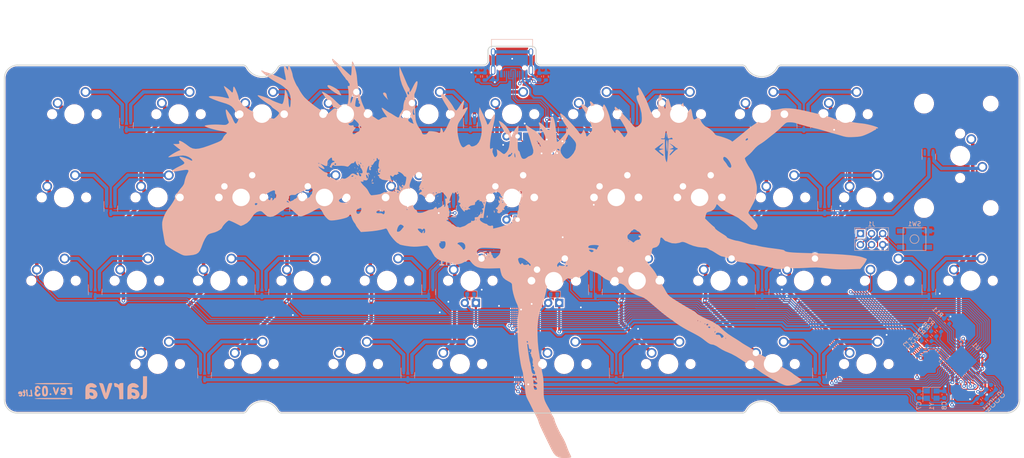
<source format=kicad_pcb>
(kicad_pcb (version 20211014) (generator pcbnew)
  (layers (0 "F.Cu" signal) (31 "B.Cu" signal) (34 "B.Paste" user) (35 "F.Paste" user) (36 "B.SilkS" user "B.Silkscreen") (37 "F.SilkS" user "F.Silkscreen") (38 "B.Mask" user) (39 "F.Mask" user) (44 "Edge.Cuts" user))
  (net 0 "")
  (net 1 "GND")
  (net 2 "+5V")
  (net 3 "Net-(C5-Pad1)")
  (net 4 "Net-(C6-Pad1)")
  (net 5 "/Row0")
  (net 6 "Net-(D1-Pad2)")
  (net 7 "Net-(D1-Pad1)")
  (net 8 "Net-(D2-Pad2)")
  (net 9 "Net-(D2-Pad1)")
  (net 10 "Net-(D3-Pad2)")
  (net 11 "Net-(D3-Pad1)")
  (net 12 "Net-(D4-Pad2)")
  (net 13 "Net-(D4-Pad1)")
  (net 14 "Net-(D5-Pad2)")
  (net 15 "Net-(D5-Pad1)")
  (net 16 "/Row1")
  (net 17 "Net-(D6-Pad2)")
  (net 18 "Net-(D6-Pad1)")
  (net 19 "Net-(D7-Pad2)")
  (net 20 "Net-(D7-Pad1)")
  (net 21 "Net-(D8-Pad2)")
  (net 22 "Net-(D8-Pad1)")
  (net 23 "Net-(D9-Pad2)")
  (net 24 "Net-(D9-Pad1)")
  (net 25 "Net-(D10-Pad2)")
  (net 26 "Net-(D10-Pad1)")
  (net 27 "Net-(D11-Pad2)")
  (net 29 "/Row2")
  (net 30 "Net-(D12-Pad2)")
  (net 31 "Net-(D12-Pad1)")
  (net 32 "Net-(D13-Pad2)")
  (net 33 "Net-(D13-Pad1)")
  (net 34 "Net-(D14-Pad2)")
  (net 35 "Net-(D14-Pad1)")
  (net 36 "Net-(D15-Pad2)")
  (net 37 "Net-(D15-Pad1)")
  (net 38 "Net-(D16-Pad2)")
  (net 39 "Net-(D16-Pad1)")
  (net 40 "Net-(D17-Pad2)")
  (net 41 "Net-(D17-Pad1)")
  (net 42 "/Row3")
  (net 43 "Net-(D19-Pad2)")
  (net 44 "Net-(D19-Pad1)")
  (net 45 "Net-(D20-Pad2)")
  (net 46 "Net-(D20-Pad1)")
  (net 47 "Net-(D21-Pad2)")
  (net 48 "Net-(D21-Pad1)")
  (net 49 "Net-(D22-Pad2)")
  (net 50 "Net-(D22-Pad1)")
  (net 51 "VCC")
  (net 52 "/Col0")
  (net 53 "/Col1")
  (net 54 "/Col2")
  (net 55 "/Col3")
  (net 56 "/Col4")
  (net 57 "/Col5")
  (net 58 "/Col6")
  (net 59 "/Col7")
  (net 60 "/Col8")
  (net 61 "/Col9")
  (net 62 "/Col11")
  (net 63 "/Col10")
  (net 64 "/RST")
  (net 65 "/D+")
  (net 66 "Net-(R2-Pad1)")
  (net 67 "/D-")
  (net 68 "Net-(R3-Pad1)")
  (net 69 "Net-(J2-PadA5)")
  (net 70 "Net-(J2-PadB5)")
  (net 71 "/LED0")
  (net 72 "/LED_MID")
  (net 73 "/LED1")
  (net 74 "Net-(R11-Pad1)")
  (net 75 "/USBD+")
  (net 76 "/USBD-")
  (net 79 "/MOSI")
  (net 80 "/SCK")
  (net 81 "/MISO")
  (net 82 "Net-(C7-Pad1)")
  (net 83 "Net-(C8-Pad2)")
  (net 84 "/RGBOUT")
  (net 87 "/LED_TOP")
  (net 88 "/LED2")
  (net 89 "/LED3")
  (net 90 "/LED_LEFT")
  (net 91 "/LED_RIGHT")
  (footprint "MxSwitches:MXOnly-1.5U-NoLED" (layer "F.Cu") (at 51.9075 62.25)
    (fp_text reference "MX1")
    (fp_text value "MX-NoLED")
  )
  (footprint "MxSwitches:MXOnly-1U-NoLED" (layer "F.Cu") (at 75.72 62.25)
    (fp_text reference "MX2")
    (fp_text value "MX-NoLED")
  )
  (footprint "MxSwitches:MXOnly-1U-NoLED" (layer "F.Cu") (at 94.77 62.25)
    (fp_text reference "MX3")
    (fp_text value "MX-NoLED")
  )
  (footprint "MxSwitches:MXOnly-1U-NoLED" (layer "F.Cu") (at 113.82 62.25)
    (fp_text reference "MX4")
    (fp_text value "MX-NoLED")
  )
  (footprint "MxSwitches:MXOnly-1U-NoLED" (layer "F.Cu") (at 132.87 62.25)
    (fp_text reference "MX5")
    (fp_text value "MX-NoLED")
  )
  (footprint "MxSwitches:MXOnly-1U-NoLED" (layer "F.Cu") (at 170.97 62.25)
    (fp_text reference "MX7")
    (fp_text value "MX-NoLED")
  )
  (footprint "MxSwitches:MXOnly-1U-NoLED" (layer "F.Cu") (at 190.02 62.25)
    (fp_text reference "MX8")
    (fp_text value "MX-NoLED")
  )
  (footprint "MxSwitches:MXOnly-1U-NoLED" (layer "F.Cu") (at 209.07 62.25)
    (fp_text reference "MX9")
    (fp_text value "MX-NoLED")
  )
  (footprint "MxSwitches:MXOnly-1U-NoLED" (layer "F.Cu") (at 228.12 62.25)
    (fp_text reference "MX10")
    (fp_text value "MX-NoLED")
  )
  (footprint "MxSwitches:MXOnly-1.25U-NoLED" (layer "F.Cu") (at 49.52625 81.3)
    (fp_text reference "MX11")
    (fp_text value "MX-NoLED")
  )
  (footprint "MxSwitches:MXOnly-1U-NoLED" (layer "F.Cu") (at 70.9575 81.3)
    (fp_text reference "MX12")
    (fp_text value "MX-NoLED")
  )
  (footprint "MxSwitches:MXOnly-1U-NoLED" (layer "F.Cu") (at 90.0075 81.3)
    (fp_text reference "MX13")
    (fp_text value "MX-NoLED")
  )
  (footprint "MxSwitches:MXOnly-1U-NoLED" (layer "F.Cu") (at 109.0575 81.3)
    (fp_text reference "MX14")
    (fp_text value "MX-NoLED")
  )
  (footprint "MxSwitches:MXOnly-1U-NoLED" (layer "F.Cu") (at 128.1075 81.3)
    (fp_text reference "MX15")
    (fp_text value "MX-NoLED")
  )
  (footprint "MxSwitches:MXOnly-1U-NoLED" (layer "F.Cu") (at 175.7325 81.3)
    (fp_text reference "MX17")
    (fp_text value "MX-NoLED")
  )
  (footprint "MxSwitches:MXOnly-1U-NoLED" (layer "F.Cu") (at 194.7825 81.3)
    (fp_text reference "MX18")
    (fp_text value "MX-NoLED")
  )
  (footprint "MxSwitches:MXOnly-1U-NoLED" (layer "F.Cu") (at 213.8325 81.3)
    (fp_text reference "MX19")
    (fp_text value "MX-NoLED")
  )
  (footprint "MxSwitches:MXOnly-1U-NoLED" (layer "F.Cu") (at 232.8825 81.3)
    (fp_text reference "MX20")
    (fp_text value "MX-NoLED")
  )
  (footprint "MxSwitches:MXOnly-ISO-ROTATED-ReversedStabilizers-NoLED" (layer "F.Cu") (at 254.31375 71.775)
    (fp_text reference "MX21")
    (fp_text value "MX-NoLED")
  )
  (footprint "MxSwitches:MXOnly-1U-NoLED" (layer "F.Cu") (at 47.145 100.35)
    (fp_text reference "MX22")
    (fp_text value "MX-NoLED")
  )
  (footprint "MxSwitches:MXOnly-1U-NoLED" (layer "F.Cu") (at 66.195 100.35)
    (fp_text reference "MX23")
    (fp_text value "MX-NoLED")
  )
  (footprint "MxSwitches:MXOnly-1U-NoLED" (layer "F.Cu") (at 85.245 100.35)
    (fp_text reference "MX24")
    (fp_text value "MX-NoLED")
  )
  (footprint "MxSwitches:MXOnly-1U-NoLED" (layer "F.Cu") (at 104.295 100.35)
    (fp_text reference "MX25")
    (fp_text value "MX-NoLED")
  )
  (footprint "MxSwitches:MXOnly-1U-NoLED" (layer "F.Cu") (at 123.345 100.35)
    (fp_text reference "MX26")
    (fp_text value "MX-NoLED")
  )
  (footprint "MxSwitches:MXOnly-1U-NoLED" (layer "F.Cu") (at 180.495 100.35)
    (fp_text reference "MX29")
    (fp_text value "MX-NoLED")
  )
  (footprint "MxSwitches:MXOnly-1U-NoLED" (layer "F.Cu") (at 199.545 100.35)
    (fp_text reference "MX30")
    (fp_text value "MX-NoLED")
  )
  (footprint "MxSwitches:MXOnly-1U-NoLED" (layer "F.Cu") (at 218.595 100.35)
    (fp_text reference "MX31")
    (fp_text value "MX-NoLED")
  )
  (footprint "MxSwitches:MXOnly-1U-NoLED" (layer "F.Cu") (at 237.645 100.35)
    (fp_text reference "MX32")
    (fp_text value "MX-NoLED")
  )
  (footprint "MxSwitches:MXOnly-1U-NoLED" (layer "F.Cu") (at 256.695 100.35)
    (fp_text reference "MX33")
    (fp_text value "MX-NoLED")
  )
  (footprint "MxSwitches:MXOnly-1U-NoLED" (layer "F.Cu") (at 70.9575 119.4)
    (fp_text reference "MX34")
    (fp_text value "MX-NoLED")
  )
  (footprint "MxSwitches:MXOnly-1.25U-NoLED" (layer "F.Cu") (at 92.38875 119.4)
    (fp_text reference "MX35")
    (fp_text value "MX-NoLED")
  )
  (footprint "MxSwitches:MXOnly-1.25U-NoLED" (layer "F.Cu") (at 116.20125 119.4)
    (fp_text reference "MX36")
    (fp_text value "MX-NoLED")
  )
  (footprint "MxSwitches:MXOnly-1.25U-NoLED" (layer "F.Cu") (at 140.01375 119.4)
    (fp_text reference "MX37")
    (fp_text value "MX-NoLED")
  )
  (footprint "MxSwitches:MXOnly-1.25U-NoLED" (layer "F.Cu") (at 163.82625 119.4)
    (fp_text reference "MX38")
    (fp_text value "MX-NoLED")
  )
  (footprint "MxSwitches:MXOnly-1.25U-NoLED" (layer "F.Cu") (at 187.63875 119.4)
    (fp_text reference "MX39")
    (fp_text value "MX-NoLED")
  )
  (footprint "MxSwitches:MXOnly-1.25U-NoLED" (layer "F.Cu") (at 211.45125 119.4)
    (fp_text reference "MX40")
    (fp_text value "MX-NoLED")
  )
  (footprint "MxSwitches:MXOnly-1U-NoLED" (layer "F.Cu") (at 232.8825 119.4)
    (fp_text reference "MX41")
    (fp_text value "MX-NoLED")
  )
  (footprint "MxSwitches:MXOnly-1U" (layer "F.Cu") (at 151.92 62.25)
    (fp_text reference "MX6")
    (fp_text value "MX-LED")
  )
  (footprint "MxSwitches:MXOnly-1.5U" (layer "F.Cu") (at 151.92 81.3)
    (fp_text reference "MX16")
    (fp_text value "MX-LED")
  )
  (footprint "MxSwitches:MXOnly-1U" (layer "F.Cu") (at 142.395 100.35)
    (fp_text reference "MX27")
    (fp_text value "MX-LED")
  )
  (footprint "MxSwitches:MXOnly-1U" (layer "F.Cu") (at 161.445 100.35)
    (fp_text reference "MX28")
    (fp_text value "MX-LED")
  )
  (footprint "Capacitor_SMD:C_0603_1608Metric" (layer "B.Cu") (at 260.863037 125.779593 -45)
    (fp_text reference "C1")
    (fp_text value "0.1uF")
  )
  (footprint "Capacitor_SMD:C_0603_1608Metric" (layer "B.Cu") (at 259.785408 126.857223 -45)
    (fp_text reference "C2")
    (fp_text value "0.1uF")
  )
  (footprint "Capacitor_SMD:C_0603_1608Metric" (layer "B.Cu") (at 243.947184 116.826906 135)
    (fp_text reference "C3")
    (fp_text value "0.1uF")
  )
  (footprint "Capacitor_SMD:C_0603_1608Metric" (layer "B.Cu") (at 158.143 53.614 90)
    (fp_text reference "C6" hide)
    (fp_text value "100nF")
  )
  (footprint "Package_TO_SOT_SMD:SOT-23" (layer "B.Cu") (at 63.81375 64.821875 -90)
    (fp_text reference "D1" hide)
    (fp_text value "BAT54C")
  )
  (footprint "Package_TO_SOT_SMD:SOT-23" (layer "B.Cu") (at 104.295 64.821875 -90)
    (fp_text reference "D2" hide)
    (fp_text value "BAT54C")
  )
  (footprint "Package_TO_SOT_SMD:SOT-23" (layer "B.Cu") (at 142.395 64.821875 -90)
    (fp_text reference "D3" hide)
    (fp_text value "BAT54C")
  )
  (footprint "Package_TO_SOT_SMD:SOT-23" (layer "B.Cu") (at 180.495 64.821875 -90)
    (fp_text reference "D4" hide)
    (fp_text value "BAT54C")
  )
  (footprint "Package_TO_SOT_SMD:SOT-23" (layer "B.Cu") (at 218.595 64.821875 -90)
    (fp_text reference "D5" hide)
    (fp_text value "BAT54C")
  )
  (footprint "Package_TO_SOT_SMD:SOT-23" (layer "B.Cu") (at 60.241875 83.871875 -90)
    (fp_text reference "D6" hide)
    (fp_text value "BAT54C")
  )
  (footprint "Package_TO_SOT_SMD:SOT-23" (layer "B.Cu") (at 99.5325 83.871875 -90)
    (fp_text reference "D7" hide)
    (fp_text value "BAT54C")
  )
  (footprint "Package_TO_SOT_SMD:SOT-23" (layer "B.Cu") (at 137.6325 83.871875 -90)
    (fp_text reference "D8" hide)
    (fp_text value "BAT54C")
  )
  (footprint "Package_TO_SOT_SMD:SOT-23" (layer "B.Cu") (at 185.2575 83.871875 -90)
    (fp_text reference "D9" hide)
    (fp_text value "BAT54C")
  )
  (footprint "Package_TO_SOT_SMD:SOT-23" (layer "B.Cu") (at 223.3575 83.871875 -90)
    (fp_text reference "D10" hide)
    (fp_text value "BAT54C")
  )
  (footprint "Package_TO_SOT_SMD:SOT-23" (layer "B.Cu") (at 247.17 71.965625 -90)
    (fp_text reference "D11" hide)
    (fp_text value "BAT54C")
  )
  (footprint "Package_TO_SOT_SMD:SOT-23" (layer "B.Cu") (at 56.67 102.921875 -90)
    (fp_text reference "D12" hide)
    (fp_text value "BAT54C")
  )
  (footprint "Package_TO_SOT_SMD:SOT-23" (layer "B.Cu") (at 94.77 102.921875 -90)
    (fp_text reference "D13" hide)
    (fp_text value "BAT54C")
  )
  (footprint "Package_TO_SOT_SMD:SOT-23" (layer "B.Cu") (at 132.87 102.921875 -90)
    (fp_text reference "D14" hide)
    (fp_text value "BAT54C")
  )
  (footprint "Package_TO_SOT_SMD:SOT-23" (layer "B.Cu") (at 170.97 102.921875 -90)
    (fp_text reference "D15" hide)
    (fp_text value "BAT54C")
  )
  (footprint "Package_TO_SOT_SMD:SOT-23" (layer "B.Cu") (at 209.07 102.921875 -90)
    (fp_text reference "D16" hide)
    (fp_text value "BAT54C")
  )
  (footprint "Package_TO_SOT_SMD:SOT-23" (layer "B.Cu") (at 81.673125 121.971875 -90)
    (fp_text reference "D19" hide)
    (fp_text value "BAT54C")
  )
  (footprint "Package_TO_SOT_SMD:SOT-23" (layer "B.Cu") (at 128.1075 121.971875 -90)
    (fp_text reference "D20" hide)
    (fp_text value "BAT54C")
  )
  (footprint "Package_TO_SOT_SMD:SOT-23" (layer "B.Cu") (at 175.7325 121.971875 -90)
    (fp_text reference "D21" hide)
    (fp_text value "BAT54C")
  )
  (footprint "Package_TO_SOT_SMD:SOT-23" (layer "B.Cu") (at 222.166875 121.971875 -90)
    (fp_text reference "D22" hide)
    (fp_text value "BAT54C")
  )
  (footprint "Fuse:Fuse_1206_3216Metric" (layer "B.Cu") (at 163.431915 65.821875 -90)
    (fp_text reference "F1" hide)
    (fp_text value "500mA")
  )
  (footprint "Resistor_SMD:R_0603_1608Metric" (layer "B.Cu") (at 258.703363 127.933363 -45)
    (fp_text reference "R1")
    (fp_text value "10k")
  )
  (footprint "Resistor_SMD:R_0603_1608Metric" (layer "B.Cu") (at 161.050665 69.39375 90)
    (fp_text reference "R2" hide)
    (fp_text value "22")
  )
  (footprint "Resistor_SMD:R_0603_1608Metric" (layer "B.Cu") (at 159.667 53.614 90)
    (fp_text reference "R5" hide)
    (fp_text value "5.1k")
  )
  (footprint "KeebParts:SKQG-1155865" (layer "B.Cu") (at 243.8781 90.83294 180)
    (fp_text reference "SW1")
    (fp_text value "SW_Push")
  )
  (footprint "Package_TO_SOT_SMD:SOT-23" (layer "B.Cu") (at 247.17 102.921875 -90)
    (fp_text reference "D17" hide)
    (fp_text value "BAT54C")
  )
  (footprint "Package_TO_SOT_SMD:SOT-23-6" (layer "B.Cu") (at 159.86004 65.821875 90)
    (fp_text reference "U2" hide)
    (fp_text value "USBLC6-2SC6")
  )
  (footprint "Resistor_SMD:R_0603_1608Metric" (layer "B.Cu") (at 158.669415 69.39375 90)
    (fp_text reference "R3")
    (fp_text value "22")
  )
  (footprint "Crystal:Crystal_SMD_3225-4Pin_3.2x2.5mm" (layer "B.Cu") (at 247.798858 126.396777)
    (fp_text reference "Y1")
    (fp_text value "Crystal_GND24_Small")
  )
  (footprint "Capacitor_SMD:C_0603_1608Metric" (layer "B.Cu") (at 245.024814 115.749275 135)
    (fp_text reference "C4")
    (fp_text value "10uF")
  )
  (footprint "Resistor_SMD:R_0603_1608Metric" (layer "B.Cu") (at 144.173 53.614 -90)
    (fp_text reference "R4" hide)
    (fp_text value "5.1k")
  )
  (footprint "Resistor_SMD:R_0603_1608Metric" (layer "B.Cu") (at 145.697 53.614 -90)
    (fp_text reference "R10" hide)
    (fp_text value "1M")
  )
  (footprint "Capacitor_SMD:C_0603_1608Metric" (layer "B.Cu") (at 261.941946 124.695499 -45)
    (fp_text reference "C5")
    (fp_text value "1uF")
  )
  (footprint "Resistor_SMD:R_0603_1608Metric" (layer "B.Cu") (at 249.34977 111.41873 -45)
    (fp_text reference "R7")
    (fp_text value "680")
  )
  (footprint "Resistor_SMD:R_0603_1608Metric" (layer "B.Cu") (at 248.27214 112.49636 -45)
    (fp_text reference "R8")
    (fp_text value "680")
  )
  (footprint "Resistor_SMD:R_0603_1608Metric" (layer "B.Cu") (at 251.226637 109.626637 135)
    (fp_text reference "R11")
    (fp_text value "10k")
  )
  (footprint "Connector_PinHeader_2.54mm:PinHeader_2x03_P2.54mm_Vertical" (layer "B.Cu") (at 231.5337 89.5604 -90)
    (fp_text reference "J1")
    (fp_text value "Conn_02x03_Odd_Even")
  )
  (footprint "Capacitor_SMD:C_0603_1608Metric" (layer "B.Cu") (at 244.9 126.4 -90)
    (fp_text reference "C7")
    (fp_text value "22pF")
  )
  (footprint "Capacitor_SMD:C_0603_1608Metric" (layer "B.Cu") (at 250.69 126.4 -90)
    (fp_text reference "C8")
    (fp_text value "22pF")
  )
  (footprint "LED_SMD:LED_0603_1608Metric" (layer "B.Cu") (at 142.455 103.42 180)
    (fp_text reference "D18" hide)
    (fp_text value "smd1")
  )
  (footprint "LED_SMD:LED_0603_1608Metric" (layer "B.Cu") (at 161.495 103.47 180)
    (fp_text reference "D23" hide)
    (fp_text value "smd2")
  )
  (footprint "Resistor_SMD:R_0603_1608Metric" (layer "B.Cu") (at 246.100757 114.671743 -45)
    (fp_text reference "R6")
    (fp_text value "680")
  )
  (footprint "Resistor_SMD:R_0603_1608Metric" (layer "B.Cu") (at 247.189702 113.582798 -45)
    (fp_text reference "R9")
    (fp_text value "680")
  )
  (footprint "Connector_USB:USB_C_Receptacle_HRO_TYPE-C-31-M-12" (layer "B.Cu") (at 151.92 49.053125)
    (fp_text reference "J2" hide)
    (fp_text value "USB_C_Receptacle_USB2.0")
  )
  (footprint "LarvaLogo:larvalogo3" (layer "B.Cu") (at 136.665286 96.020467 180)
    (fp_text reference "H1")
    (fp_text value "MountingHole" hide)
  )
  (footprint "LarvaLogo:larvasidelines" (layer "B.Cu") (at 151.835 90.73 180)
    (fp_text reference "H2" hide)
    (fp_text value "MountingHole" hide)
  )
  (footprint "Package_DFN_QFN:QFN-44-1EP_7x7mm_P0.5mm_EP5.2x5.2mm" (layer "B.Cu") (at 254.595 118.8 135)
    (fp_text reference "U1")
    (fp_text value "ATmega32U4-M")
  )
  (gr_arc (start 156.420001 46.725) (mid 157.127108 47.017893) (end 157.420001 47.725) (layer "Edge.Cuts") (width 0.2))
  (gr_arc (start 146.420001 47.725001) (mid 146.712895 47.017894) (end 147.420002 46.725) (layer "Edge.Cuts") (width 0.2))
  (gr_line (start 99.283334 51.025) (end 145.420002 51.025) (layer "Edge.Cuts") (width 0.2))
  (gr_arc (start 213.383333 130.625001) (mid 212.868551 130.482322) (end 212.500666 130.095) (layer "Edge.Cuts") (width 0.2))
  (gr_arc (start 35.92 54.025001) (mid 36.79868 51.90368) (end 38.920001 51.025) (layer "Edge.Cuts") (width 0.2))
  (gr_line (start 157.420001 48.425) (end 157.420001 50.025001) (layer "Edge.Cuts") (width 0.2))
  (gr_arc (start 212.500668 51.555) (mid 208.970002 53.675001) (end 205.439335 51.555001) (layer "Edge.Cuts") (width 0.2))
  (gr_line (start 213.383333 51.025) (end 264.920001 51.025) (layer "Edge.Cuts") (width 0.2))
  (gr_line (start 90.456669 130.625) (end 38.920002 130.625) (layer "Edge.Cuts") (width 0.2))
  (gr_arc (start 38.920001 130.624999) (mid 36.798681 129.746319) (end 35.920001 127.624999) (layer "Edge.Cuts") (width 0.2))
  (gr_line (start 158.420001 51.025) (end 204.556668 51.025) (layer "Edge.Cuts") (width 0.2))
  (gr_line (start 267.920001 54.025001) (end 267.920001 127.625) (layer "Edge.Cuts") (width 0.2))
  (gr_arc (start 146.420002 50.025) (mid 146.127109 50.732107) (end 145.420002 51.025) (layer "Edge.Cuts") (width 0.2))
  (gr_line (start 146.420002 50.025) (end 146.420002 48.425) (layer "Edge.Cuts") (width 0.2))
  (gr_line (start 157.420001 47.725) (end 157.420001 48.425) (layer "Edge.Cuts") (width 0.2))
  (gr_arc (start 91.339335 130.095) (mid 90.97145 130.482321) (end 90.456669 130.625) (layer "Edge.Cuts") (width 0.2))
  (gr_line (start 204.556668 130.625) (end 99.283334 130.625) (layer "Edge.Cuts") (width 0.2))
  (gr_line (start 264.920001 130.625) (end 213.383333 130.625) (layer "Edge.Cuts") (width 0.2))
  (gr_arc (start 205.439336 130.095001) (mid 208.970001 127.975001) (end 212.500666 130.095) (layer "Edge.Cuts") (width 0.2))
  (gr_arc (start 91.339335 130.095) (mid 94.870001 127.975) (end 98.400667 130.095) (layer "Edge.Cuts") (width 0.2))
  (gr_arc (start 90.45667 51.025) (mid 90.971452 51.167679) (end 91.339336 51.555001) (layer "Edge.Cuts") (width 0.2))
  (gr_line (start 147.420002 46.725) (end 156.420001 46.725001) (layer "Edge.Cuts") (width 0.2))
  (gr_line (start 146.420002 47.725) (end 146.420002 48.425) (layer "Edge.Cuts") (width 0.2))
  (gr_arc (start 98.400668 51.555) (mid 98.768553 51.167679) (end 99.283334 51.025) (layer "Edge.Cuts") (width 0.2))
  (gr_arc (start 267.920001 127.625) (mid 267.041321 129.74632) (end 264.920001 130.625) (layer "Edge.Cuts") (width 0.2))
  (gr_arc (start 205.439334 130.095) (mid 205.071449 130.482321) (end 204.556668 130.625) (layer "Edge.Cuts") (width 0.2))
  (gr_arc (start 99.283333 130.625) (mid 98.768551 130.482321) (end 98.400667 130.094999) (layer "Edge.Cuts") (width 0.2))
  (gr_arc (start 204.556668 51.024999) (mid 205.07145 51.167678) (end 205.439335 51.555) (layer "Edge.Cuts") (width 0.2))
  (gr_arc (start 158.420001 51.025) (mid 157.712894 50.732107) (end 157.420001 50.025) (layer "Edge.Cuts") (width 0.2))
  (gr_arc (start 212.500667 51.555) (mid 212.868552 51.167679) (end 213.383333 51.025) (layer "Edge.Cuts") (width 0.2))
  (gr_arc (start 264.920001 51.025001) (mid 267.041321 51.903681) (end 267.920001 54.025001) (layer "Edge.Cuts") (width 0.2))
  (gr_arc (start 98.400667 51.554999) (mid 94.870002 53.675) (end 91.339336 51.555001) (layer "Edge.Cuts") (width 0.2))
  (gr_line (start 35.920001 127.625) (end 35.920001 54.025001) (layer "Edge.Cuts") (width 0.2))
  (gr_line (start 38.920001 51.025) (end 90.456669 51.025) (layer "Edge.Cuts") (width 0.2))
  (via (at 101.845 108.2) (size 0.8) (drill 0.4) (layers "F.Cu" "B.Cu") (net 1))
  (via (at 260.45 126.41) (size 0.8) (drill 0.4) (layers "F.Cu" "B.Cu") (net 1))
  (via (at 142.645 52.7) (size 0.8) (drill 0.4) (layers "F.Cu" "B.Cu") (net 1))
  (via (at 226.94646 83.23834) (size 0.8) (drill 0.4) (layers "F.Cu" "B.Cu") (net 1))
  (via (at 258.978356 116.855456) (size 0.8) (drill 0.4) (layers "F.Cu" "B.Cu") (net 1))
  (via (at 170.595 82.98) (size 0.8) (drill 0.4) (layers "F.Cu" "B.Cu") (net 1))
  (via (at 154.81554 64.39662) (size 0.8) (drill 0.4) (layers "F.Cu" "B.Cu") (net 1))
  (via (at 155.63094 124.05328) (size 0.8) (drill 0.4) (layers "F.Cu" "B.Cu") (net 1))
  (via (at 156.405 105.66) (size 0.8) (drill 0.4) (layers "F.Cu" "B.Cu") (net 1))
  (via (at 249.65914 103.30942) (size 0.8) (drill 0.4) (layers "F.Cu" "B.Cu") (net 1))
  (via (at 155.972542 55.149458) (size 0.8) (drill 0.4) (layers "F.Cu" "B.Cu") (net 1))
  (via (at 163.495 90.4) (size 0.8) (drill 0.4) (layers "F.Cu" "B.Cu") (net 1))
  (via (at 237.515 112.73) (size 0.8) (drill 0.4) (layers "F.Cu" "B.Cu") (net 1))
  (via (at 149.895 69.275) (size 0.8) (drill 0.4) (layers "F.Cu" "B.Cu") (net 1))
  (via (at 213.08822 98.6028) (size 0.8) (drill 0.4) (layers "F.Cu" "B.Cu") (net 1))
  (via (at 167.645 106.45) (size 0.8) (drill 0.4) (layers "F.Cu" "B.Cu") (net 1))
  (via (at 250.955 124.5) (size 0.8) (drill 0.4) (layers "F.Cu" "B.Cu") (net 1))
  (via (at 256.565 127.44) (size 0.8) (drill 0.4) (layers "F.Cu" "B.Cu") (net 1))
  (via (at 180.725 111.37) (size 0.8) (drill 0.4) (layers "F.Cu" "B.Cu") (net 1))
  (via (at 245.695 110.9) (size 0.8) (drill 0.4) (layers "F.Cu" "B.Cu") (net 1))
  (via (at 147.983 54.921) (size 0.8) (drill 0.4) (layers "F.Cu" "B.Cu") (net 1))
  (via (at 135.395 107.6) (size 0.8) (drill 0.4) (layers "F.Cu" "B.Cu") (net 1))
  (via (at 252.11 108.54) (size 0.8) (drill 0.4) (layers "F.Cu" "B.Cu") (net 1))
  (via (at 137.37082 105.16616) (size 0.8) (drill 0.4) (layers "F.Cu" "B.Cu") (net 1))
  (via (at 161.19348 62.40272) (size 0.8) (drill 0.4) (layers "F.Cu" "B.Cu") (net 1))
  (via (at 151.955 49.58) (size 0.8) (drill 0.4) (layers "F.Cu" "B.Cu") (net 1))
  (via (at 213.59114 102.34676) (size 0.8) (drill 0.4) (layers "F.Cu" "B.Cu") (net 1))
  (via (at 148.945 106.1) (size 0.8) (drill 0.4) (layers "F.Cu" "B.Cu") (net 1))
  (via (at 159.85998 68.05422) (size 0.8) (drill 0.4) (layers "F.Cu" "B.Cu") (net 1))
  (via (at 144.995 102.4) (size 0.8) (drill 0.4) (layers "F.Cu" "B.Cu") (net 1))
  (segment (start 250.69 125.625) (end 250.718782 125.625) (width 0.25) (layer "B.Cu") (net 1))
  (segment (start 155.17 54.346916) (end 155.972542 55.149458) (width 0.5) (layer "B.Cu") (net 1))
  (segment (start 254.595 115.97) (end 254.595 118.8) (width 0.25) (layer "B.Cu") (net 1))
  (segment (start 250.69 124.375023) (end 250.69 125.625) (width 0.25) (layer "B.Cu") (net 1))
  (segment (start 258.765 117.47) (end 258.978356 117.256644) (width 0.25) (layer "B.Cu") (net 1))
  (segment (start 145.697 52.448) (end 146.045 52.1) (width 0.25) (layer "B.Cu") (net 1))
  (segment (start 246.698858 127.246777) (end 246.798858 127.246777) (width 0.25) (layer "B.Cu") (net 1))
  (segment (start 252.068317 122.996706) (end 250.69 124.375023) (width 0.25) (layer "B.Cu") (net 1))
  (segment (start 258.978356 117.256644) (end 258.978356 116.855456) (width 0.25) (layer "B.Cu") (net 1))
  (segment (start 260.333416 127.405231) (end 260.333416 126.526584) (width 0.5) (layer "B.Cu") (net 1))
  (segment (start 159.86004 66.921875) (end 159.86004 68.05416) (width 0.5) (layer "B.Cu") (net 1))
  (segment (start 257.291415 120.806415) (end 256.785 120.3) (width 0.25) (layer "B.Cu") (net 1))
  (segment (start 148.67 53.798125) (end 148.67 54.234) (width 0.5) (layer "B.Cu") (net 1))
  (segment (start 250.69 125.625) (end 250.69 124.765) (width 0.25) (layer "B.Cu") (net 1))
  (segment (start 247.661778 128.171778) (end 250.946056 128.171778) (width 0.25) (layer "B.Cu") (net 1))
  (segment (start 258.369182 117.854245) (end 258.369182 117.845818) (width 0.25) (layer "B.Cu") (net 1))
  (segment (start 243.399176 116.278898) (end 243.399176 116.278897) (width 0.5) (layer "B.Cu") (net 1))
  (segment (start 260.333416 126.526584) (end 260.45 126.41) (width 0.5) (layer "B.Cu") (net 1))
  (segment (start 251.49001 127.627824) (end 251.49001 126.42501) (width 0.25) (layer "B.Cu") (net 1))
  (segment (start 244.9 127.175) (end 246.627081 127.175) (width 0.25) (layer "B.Cu") (net 1))
  (segment (start 250.69 124.765) (end 250.955 124.5) (width 0.25) (layer "B.Cu") (net 1))
  (segment (start 250.919255 118.625113) (end 251.094142 118.8) (width 0.25) (layer "B.Cu") (net 1))
  (segment (start 145.697 52.789) (end 145.697 52.448) (width 0.25) (layer "B.Cu") (net 1))
  (segment (start 257.563638 118.659789) (end 257.563638 119.33222) (width 0.25) (layer "B.Cu") (net 1))
  (segment (start 255.540755 115.025818) (end 255.540755 115.024245) (width 0.25) (layer "B.Cu") (net 1))
  (segment (start 250.467264 118.207798) (end 250.884579 118.625113) (width 0.25) (layer "B.Cu") (net 1))
  (segment (start 258.369182 117.854245) (end 258.380755 117.854245) (width 0.25) (layer "B.Cu") (net 1))
  (segment (start 250.884579 118.625113) (end 250.919255 118.625113) (width 0.25) (layer "B.Cu") (net 1))
  (segment (start 246.698858 127.246777) (end 246.736777 127.246777) (width 0.25) (layer "B.Cu") (net 1))
  (segment (start 259.764203 123.262096) (end 261.639235 123.262096) (width 0.25) (layer "B.Cu") (net 1))
  (segment (start 148.67 54.234) (end 147.983 54.921) (width 0.5) (layer "B.Cu") (net 1))
  (segment (start 246.736777 127.246777) (end 247.661778 128.171778) (width 0.25) (layer "B.Cu") (net 1))
  (segment (start 255.539182 115.025818) (end 254.595 115.97) (width 0.25) (layer "B.Cu") (net 1))
  (segment (start 243.399176 116.278897) (end 244.476806 115.201267) (width 0.5) (layer "B.Cu") (net 1))
  (segment (start 255.540755 115.024245) (end 255.895 114.67) (width 0.25) (layer "B.Cu") (net 1))
  (segment (start 260.333416 127.400045) (end 262.489954 125.243507) (width 0.5) (layer "B.Cu") (net 1))
  (segment (start 255.895 114.67) (end 256.315 114.25) (width 0.25) (layer "B.Cu") (net 1))
  (segment (start 246.627081 127.175) (end 246.698858 127.246777) (width 0.25) (layer "B.Cu") (net 1))
  (segment (start 250.946056 128.171778) (end 251.49001 127.627824) (width 0.25) (layer "B.Cu") (net 1))
  (segment (start 251.49001 126.42501) (end 250.69 125.625) (width 0.25) (layer "B.Cu") (net 1))
  (segment (start 251.094142 118.8) (end 254.595 118.8) (width 0.25) (layer "B.Cu") (net 1))
  (segment (start 248.498858 125.546777) (end 248.898858 125.546777) (width 0.25) (layer "B.Cu") (net 1))
  (segment (start 258.380755 117.854245) (end 258.765 117.47) (width 0.25) (layer "B.Cu") (net 1))
  (segment (start 252.336669 122.472545) (end 252.336669 122.728355) (width 0.25) (layer "B.Cu") (net 1))
  (segment (start 257.308522 120.806415) (end 259.764203 123.262096) (width 0.25) (layer "B.Cu") (net 1))
  (segment (start 255.540755 115.025818) (end 255.539182 115.025818) (width 0.25) (layer "B.Cu") (net 1))
  (segment (start 261.639235 123.262096) (end 262.279333 123.902194) (width 0.25) (layer "B.Cu") (net 1))
  (segment (start 260.333416 127.405231) (end 260.333416 127.400045) (width 0.5) (layer "B.Cu") (net 1))
  (segment (start 159.86004 68.05416) (end 159.85998 68.05422) (width 0.5) (layer "B.Cu") (net 1))
  (segment (start 262.279333 125.032886) (end 262.489954 125.243507) (width 0.25) (layer "B.Cu") (net 1))
  (segment (start 250.611777 125.546777) (end 250.69 125.625) (width 0.25) (layer "B.Cu") (net 1))
  (segment (start 262.279333 123.902194) (end 262.279333 125.032886) (width 0.25) (layer "B.Cu") (net 1))
  (segment (start 146.045 52.1) (end 146.045 51.8) (width 0.25) (layer "B.Cu") (net 1))
  (segment (start 258.369182 117.854245) (end 257.563638 118.659789) (width 0.25) (layer "B.Cu") (net 1))
  (segment (start 257.308522 120.806415) (end 257.291415 120.806415) (width 0.25) (layer "B.Cu") (net 1))
  (segment (start 256.315 114.25) (end 256.315 114.05) (width 0.25) (layer "B.Cu") (net 1))
  (segment (start 252.942138 121.867076) (end 252.336669 122.472545) (width 0.25) (layer "B.Cu") (net 1))
  (segment (start 248.898858 125.546777) (end 250.611777 125.546777) (width 0.25) (layer "B.Cu") (net 1))
  (segment (start 252.336669 122.728355) (end 252.068317 122.996706) (width 0.25) (layer "B.Cu") (net 1))
  (segment (start 155.17 53.798125) (end 155.17 54.346916) (width 0.5) (layer "B.Cu") (net 1))
  (segment (start 231.5337 92.1004) (end 232.898699 90.735401) (width 0.25) (layer "F.Cu") (net 2))
  (segment (start 229.89243 94.37244) (end 228.956848 95.30802) (width 0.25) (layer "F.Cu") (net 2))
  (segment (start 257.913866 121.430518) (end 258.434482 121.430518) (width 0.5) (layer "F.Cu") (net 2))
  (segment (start 245.29 118.03) (end 245.3 118.04) (width 0.25) (layer "F.Cu") (net 2))
  (segment (start 164.945 87.675) (end 169.26 83.36) (width 0.5) (layer "F.Cu") (net 2))
  (segment (start 162.215019 71.305663) (end 162.215019 69.666661) (width 0.5) (layer "F.Cu") (net 2))
  (segment (start 157.611383 89.308617) (end 159.245 87.675) (width 0.5) (layer "F.Cu") (net 2))
  (segment (start 254.73452 118.757332) (end 254.73452 113.86048) (width 0.25) (layer "F.Cu") (net 2))
  (segment (start 259.426461 125.863695) (end 260.054519 125.235637) (width 0.5) (layer "F.Cu") (net 2))
  (segment (start 153.83 106.445) (end 153.83 106.791311) (width 0.5) (layer "F.Cu") (net 2))
  (segment (start 257.913866 121.430518) (end 257.584482 121.430518) (width 0.5) (layer "F.Cu") (net 2))
  (segment (start 153.83 106.791311) (end 153.97999 106.941301) (width 0.5) (layer "F.Cu") (net 2))
  (segment (start 232.898699 90.735401) (end 232.898699 88.640397) (width 0.25) (layer "F.Cu") (net 2))
  (segment (start 151.827501 65.927499) (end 150.65 67.105) (width 0.5) (layer "F.Cu") (net 2))
  (segment (start 260.054519 125.235637) (end 260.054519 123.571171) (width 0.5) (layer "F.Cu") (net 2))
  (segment (start 255.767188 119.79) (end 254.73452 118.757332) (width 0.25) (layer "F.Cu") (net 2))
  (segment (start 258.434482 121.430518) (end 258.174174 121.690826) (width 0.5) (layer "F.Cu") (net 2))
  (segment (start 163.43122 68.45046) (end 160.908259 65.927499) (width 0.5) (layer "F.Cu") (net 2))
  (segment (start 259.402959 120.462041) (end 259.402959 117.844192) (width 0.5) (layer "F.Cu") (net 2))
  (segment (start 229.89243 88.916668) (end 229.89243 94.37244) (width 0.25) (layer "F.Cu") (net 2))
  (segment (start 164.785663 71.305663) (end 162.215019 71.305663) (width 0.5) (layer "F.Cu") (net 2))
  (segment (start 228.956849 101.546779) (end 245.29 117.87993) (width 0.25) (layer "F.Cu") (net 2))
  (segment (start 157.611383 89.308213) (end 157.611383 89.308617) (width 0.5) (layer "F.Cu") (net 2))
  (segment (start 254.85952 113.73548) (end 255.015 113.58) (width 0.5) (layer "F.Cu") (net 2))
  (segment (start 150.65 67.105) (end 150.65 67.33) (width 0.5) (layer "F.Cu") (net 2))
  (segment (start 169.26 83.36) (end 169.26 75.78) (width 0.5) (layer "F.Cu") (net 2))
  (segment (start 232.898699 88.640397) (end 232.643701 88.385399) (width 0.25) (layer "F.Cu") (net 2))
  (segment (start 153.83 106.445) (end 153.83 123.971875) (width 0.5) (layer "F.Cu") (net 2))
  (segment (start 249.034772 118.04) (end 245.3 118.04) (width 0.8) (layer "F.Cu") (net 2))
  (segment (start 258.51123 125.863695) (end 259.426461 125.863695) (width 0.5) (layer "F.Cu") (net 2))
  (segment (start 162.215019 69.666661) (end 163.43122 68.45046) (width 0.5) (layer "F.Cu") (net 2))
  (segment (start 228.956848 95.30802) (end 228.956849 101.546779) (width 0.25) (layer "F.Cu") (net 2))
  (segment (start 259.402959 117.844192) (end 259.674037 117.573114) (width 0.5) (layer "F.Cu") (net 2))
  (segment (start 258.389402 125.741867) (end 258.51123 125.863695) (width 0.5) (layer "F.Cu") (net 2))
  (segment (start 260.054519 123.571171) (end 258.399174 121.915826) (width 0.5) (layer "F.Cu") (net 2))
  (segment (start 169.26 75.78) (end 164.785663 71.305663) (width 0.5) (layer "F.Cu") (net 2))
  (segment (start 258.434482 121.880518) (end 258.399174 121.915826) (width 0.5) (layer "F.Cu") (net 2))
  (segment (start 257.584482 121.430518) (end 254.85952 118.705556) (width 0.5) (layer "F.Cu") (net 2))
  (segment (start 252.5464 121.551628) (end 249.034772 118.04) (width 0.8) (layer "F.Cu") (net 2))
  (segment (start 245.29 117.87993) (end 245.29 118.03) (width 0.25) (layer "F.Cu") (net 2))
  (segment (start 230.423699 88.385399) (end 229.89243 88.916668) (width 0.25) (layer "F.Cu") (net 2))
  (segment (start 258.174174 121.690826) (end 257.913866 121.430518) (width 0.5) (layer "F.Cu") (net 2))
  (segment (start 258.434482 121.430518) (end 259.402959 120.462041) (width 0.5) (layer "F.Cu") (net 2))
  (segment (start 153.83 93.09) (end 153.83 106.445) (width 0.5) (layer "F.Cu") (net 2))
  (segment (start 258.399174 121.915826) (end 258.174174 121.690826) (width 0.5) (layer "F.Cu") (net 2))
  (segment (start 254.85952 118.705556) (end 254.85952 113.73548) (width 0.5) (layer "F.Cu") (net 2))
  (segment (start 252.5464 123.602783) (end 252.5464 121.551628) (width 0.8) (layer "F.Cu") (net 2))
  (segment (start 254.73452 113.86048) (end 255.015 113.58) (width 0.25) (layer "F.Cu") (net 2))
  (segment (start 160.908259 65.927499) (end 151.827501 65.927499) (width 0.5) (layer "F.Cu") (net 2))
  (segment (start 162.215019 71.305663) (end 162.215019 71.155673) (width 0.25) (layer "F.Cu") (net 2))
  (segment (start 258.434482 121.430518) (end 258.434482 121.880518) (width 0.5) (layer "F.Cu") (net 2))
  (segment (start 232.643701 88.385399) (end 230.423699 88.385399) (width 0.25) (layer "F.Cu") (net 2))
  (segment (start 159.245 87.675) (end 164.945 87.675) (width 0.5) (layer "F.Cu") (net 2))
  (segment (start 157.611383 89.308617) (end 153.83 93.09) (width 0.5) (layer "F.Cu") (net 2))
  (via (at 153.98248 123.972) (size 0.8) (drill 0.4) (layers "F.Cu" "B.Cu") (net 2))
  (via (at 245.29 118.03) (size 0.8) (drill 0.4) (layers "F.Cu" "B.Cu") (net 2))
  (via (at 259.674037 117.573114) (size 0.8) (drill 0.4) (layers "F.Cu" "B.Cu") (net 2))
  (via (at 162.215019 71.155673) (size 0.8) (drill 0.4) (layers "F.Cu" "B.Cu") (net 2))
  (via (at 252.5464 123.602783) (size 0.8) (drill 0.4) (layers "F.Cu" "B.Cu") (net 2))
  (via (at 153.97999 106.941301) (size 0.8) (drill 0.4) (layers "F.Cu" "B.Cu") (net 2))
  (via (at 255.015 113.58) (size 0.8) (drill 0.4) (layers "F.Cu" "B.Cu") (net 2))
  (via (at 259.402959 120.462041) (size 0.8) (drill 0.4) (layers "F.Cu" "B.Cu") (net 2))
  (via (at 163.43122 68.45046) (size 0.8) (drill 0.4) (layers "F.Cu" "B.Cu") (net 2))
  (via (at 258.389402 125.741867) (size 0.8) (drill 0.4) (layers "F.Cu" "B.Cu") (net 2))
  (segment (start 153.677011 84.977989) (end 154.413421 84.241579) (width 0.5) (layer "B.Cu") (net 2))
  (segment (start 252.097957 123.602783) (end 252.5464 123.602783) (width 0.25) (layer "B.Cu") (net 2))
  (segment (start 243.97499 127.6796) (end 245.162665 128.867275) (width 0.5) (layer "B.Cu") (net 2))
  (segment (start 160.7075 104.8975) (end 160.175 105.43) (width 0.5) (layer "B.Cu") (net 2))
  (segment (start 257.052245 128.417755) (end 258.12 127.35) (width 0.5) (layer "B.Cu") (net 2))
  (segment (start 255.187202 114.672264) (end 255.192736 114.672264) (width 0.25) (layer "B.Cu") (net 2))
  (segment (start 160.175 105.43) (end 158.513709 107.091291) (width 0.5) (layer "B.Cu") (net 2))
  (segment (start 162.215019 75.154981) (end 160.72 76.65) (width 0.5) (layer "B.Cu") (net 2))
  (segment (start 244.495192 117.374913) (end 245.572822 116.297283) (width 0.5) (layer "B.Cu") (net 2))
  (segment (start 154.413421 79.48158) (end 157.245 76.65) (width 0.5) (layer "B.Cu") (net 2))
  (segment (start 162.215019 71.155673) (end 162.215019 75.154981) (width 0.5) (layer "B.Cu") (net 2))
  (segment (start 160.7075 103.47) (end 160.7075 104.8975) (width 0.5) (layer "B.Cu") (net 2))
  (segment (start 256.601415 121.513522) (end 256.601415 121.516415) (width 0.25) (layer "B.Cu") (net 2))
  (segment (start 245.150278 118.03) (end 244.495192 117.374914) (width 0.5) (layer "B.Cu") (net 2))
  (segment (start 251.103629 128.867275) (end 252.10312 127.867784) (width 0.5) (layer "B.Cu") (net 2))
  (segment (start 251.679511 124.021229) (end 251.679511 125.978793) (width 0.25) (layer "B.Cu") (net 2))
  (segment (start 245.29 118.03) (end 245.150278 118.03) (width 0.5) (layer "B.Cu") (net 2))
  (segment (start 255.192736 114.672264) (end 255.465 114.4) (width 0.25) (layer "B.Cu") (net 2))
  (segment (start 252.786188 122.914553) (end 252.54287 123.15787) (width 0.25) (layer "B.Cu") (net 2))
  (segment (start 242.67 125.05) (end 243.97499 126.35499) (width 0.5) (layer "B.Cu") (net 2))
  (segment (start 252.786189 122.730131) (end 252.786188 122.914553) (width 0.25) (layer "B.Cu") (net 2))
  (segment (start 251.93953 127.704194) (end 252.10312 127.867784) (width 0.25) (layer "B.Cu") (net 2))
  (segment (start 252.049357 127.814021) (end 251.949021 127.814021) (width 0.25) (layer "B.Cu") (net 2))
  (segment (start 252.5464 123.602783) (end 252.5464 123.1614) (width 0.25) (layer "B.Cu") (net 2))
  (segment (start 154.413421 84.241579) (end 154.413421 79.48158) (width 0.5) (layer "B.Cu") (net 2))
  (segment (start 243.97499 126.35499) (end 243.97499 127.6796) (width 0.5) (layer "B.Cu") (net 2))
  (segment (start 157.245 76.65) (end 160.72 76.65) (width 0.5) (layer "B.Cu") (net 2))
  (segment (start 247.894944 115.704626) (end 247.259227 115.704626) (width 0.25) (layer "B.Cu") (net 2))
  (segment (start 259.674037 117.573114) (end 259.35742 117.573114) (width 0.25) (layer "B.Cu") (net 2))
  (segment (start 253.295691 122.220629) (end 252.786189 122.730131) (width 0.25) (layer "B.Cu") (net 2))
  (segment (start 255.465 114.4) (end 255.465 114.03) (width 0.25) (layer "B.Cu") (net 2))
  (segment (start 160.694999 76.675001) (end 160.72 76.65) (width 0.5) (layer "B.Cu") (net 2))
  (segment (start 258.95675 126.309215) (end 258.389402 125.741867) (width 0.5) (layer "B.Cu") (net 2))
  (segment (start 256.601415 121.516415) (end 260.315029 125.230029) (width 0.25) (layer "B.Cu") (net 2))
  (segment (start 247.259227 115.704626) (end 246.66657 116.297283) (width 0.25) (layer "B.Cu") (net 2))
  (segment (start 259.35742 117.573114) (end 258.722736 118.207798) (width 0.25) (layer "B.Cu") (net 2))
  (segment (start 252.10312 127.867784) (end 252.049357 127.814021) (width 0.25) (layer "B.Cu") (net 2))
  (segment (start 246.66657 116.297283) (end 245.572822 116.297283) (width 0.25) (layer "B.Cu") (net 2))
  (segment (start 253.356851 128.417755) (end 257.052245 128.417755) (width 0.5) (layer "B.Cu") (net 2))
  (segment (start 250.820818 117.854245) (end 248.548858 115.582285) (width 0.25) (layer "B.Cu") (net 2))
  (segment (start 260.315029 125.230029) (end 260.315029 125.231585) (width 0.25) (layer "B.Cu") (net 2))
  (segment (start 259.2374 126.309214) (end 260.315029 125.231585) (width 0.5) (layer "B.Cu") (net 2))
  (segment (start 259.160785 126.309215) (end 258.12 127.35) (width 0.5) (layer "B.Cu") (net 2))
  (segment (start 142.611289 107.091291) (end 141.125 105.605002) (width 0.5) (layer "B.Cu") (net 2))
  (segment (start 251.949021 127.814021) (end 251.93953 127.80453) (width 0.25) (layer "B.Cu") (net 2))
  (segment (start 251.93953 126.238813) (end 251.93953 127.704194) (width 0.25) (layer "B.Cu") (net 2))
  (segment (start 255.465 114.03) (end 255.015 113.58) (width 0.25) (layer "B.Cu") (net 2))
  (segment (start 259.077041 120.462041) (end 259.402959 120.462041) (width 0.25) (layer "B.Cu") (net 2))
  (segment (start 154.908125 125.05) (end 242.67 125.05) (width 0.5) (layer "B.Cu") (net 2))
  (segment (start 259.2374 126.309215) (end 258.95675 126.309215) (width 0.5) (layer "B.Cu") (net 2))
  (segment (start 244.495192 117.374914) (end 244.495192 117.374913) (width 0.5) (layer "B.Cu") (net 2))
  (segment (start 251.94787 123.75287) (end 251.679511 124.021229) (width 0.25) (layer "B.Cu") (net 2))
  (segment (start 259.2374 126.309215) (end 259.160785 126.309215) (width 0.5) (layer "B.Cu") (net 2))
  (segment (start 141.6675 103.42) (end 141.6675 104.8875) (width 0.5) (layer "B.Cu") (net 2))
  (segment (start 259.2374 126.309215) (end 259.2374 126.309214) (width 0.5) (layer "B.Cu") (net 2))
  (segment (start 141.6675 104.8875) (end 141.125 105.43) (width 0.5) (layer "B.Cu") (net 2))
  (segment (start 258.369182 119.754182) (end 259.077041 120.462041) (width 0.25) (layer "B.Cu") (net 2))
  (segment (start 150.65 86.38) (end 150.65 86.045) (width 0.5) (layer "B.Cu") (net 2))
  (segment (start 252.10312 127.867784) (end 252.80688 127.867784) (width 0.5) (layer "B.Cu") (net 2))
  (segment (start 251.93953 127.80453) (end 251.93953 127.68453) (width 0.25) (layer "B.Cu") (net 2))
  (segment (start 252.80688 127.867784) (end 253.356851 128.417755) (width 0.5) (layer "B.Cu") (net 2))
  (segment (start 153.83 123.971875) (end 154.908125 125.05) (width 0.5) (layer "B.Cu") (net 2))
  (segment (start 251.94787 123.75287) (end 252.097957 123.602783) (width 0.25) (layer "B.Cu") (net 2))
  (segment (start 251.679511 125.978793) (end 251.93953 126.238813) (width 0.25) (layer "B.Cu") (net 2))
  (segment (start 248.017285 115.582285) (end 247.894944 115.704626) (width 0.25) (layer "B.Cu") (net 2))
  (segment (start 150.65 86.045) (end 151.717011 84.977989) (width 0.5) (layer "B.Cu") (net 2))
  (segment (start 258.369182 119.745755) (end 258.369182 119.754182) (width 0.25) (layer "B.Cu") (net 2))
  (segment (start 248.548858 115.582285) (end 248.017285 115.582285) (width 0.25) (layer "B.Cu") (net 2))
  (segment (start 141.125 105.605002) (end 141.125 105.43) (width 0.5) (layer "B.Cu") (net 2))
  (segment (start 252.5464 123.1614) (end 252.54287 123.15787) (width 0.25) (layer "B.Cu") (net 2))
  (segment (start 151.717011 84.977989) (end 153.677011 84.977989) (width 0.5) (layer "B.Cu") (net 2))
  (segment (start 158.513709 107.091291) (end 142.611289 107.091291) (width 0.5) (layer "B.Cu") (net 2))
  (segment (start 252.54287 123.15787) (end 251.94787 123.75287) (width 0.25) (layer "B.Cu") (net 2))
  (segment (start 245.162665 128.867275) (end 251.103629 128.867275) (width 0.5) (layer "B.Cu") (net 2))
  (segment (start 163.43122 67.22257) (end 163.431915 67.221875) (width 0.5) (layer "B.Cu") (net 2))
  (segment (start 163.43122 68.45046) (end 163.43122 67.22257) (width 0.5) (layer "B.Cu") (net 2))
  (segment (start 259.506616 123.711616) (end 256.954969 121.159969) (width 0.25) (layer "B.Cu") (net 3))
  (segment (start 261.393938 124.147491) (end 260.958063 123.711616) (width 0.25) (layer "B.Cu") (net 3))
  (segment (start 260.958063 123.711616) (end 259.506616 123.711616) (width 0.25) (layer "B.Cu") (net 3))
  (segment (start 156.24 48.003125) (end 156.24 52.183125) (width 0.8) (layer "B.Cu") (net 4))
  (segment (start 146.044125 54.439) (end 147.6 52.883125) (width 0.5) (layer "B.Cu") (net 4))
  (segment (start 158.143 54.389) (end 157.745875 54.389) (width 0.5) (layer "B.Cu") (net 4))
  (segment (start 157.745875 54.389) (end 156.24 52.883125) (width 0.5) (layer "B.Cu") (net 4))
  (segment (start 147.6 48.003125) (end 156.24 48.003125) (width 0.8) (layer "B.Cu") (net 4))
  (segment (start 147.6 48.003125) (end 147.6 52.183125) (width 0.8) (layer "B.Cu") (net 4))
  (segment (start 145.697 54.439) (end 146.044125 54.439) (width 0.5) (layer "B.Cu") (net 4))
  (segment (start 225.49278 115.578418) (end 225.49278 122.611109) (width 0.25) (layer "F.Cu") (net 5))
  (segment (start 213.928337 95.884251) (end 211.655 98.157588) (width 0.25) (layer "F.Cu") (net 5))
  (segment (start 225.49278 122.611109) (end 224.98564 123.118249) (width 0.25) (layer "F.Cu") (net 5))
  (segment (start 225.903139 65.820957) (end 228.34749 68.265308) (width 0.25) (layer "F.Cu") (net 5))
  (segment (start 225.57238 85.360892) (end 215.049022 95.88425) (width 0.25) (layer "F.Cu") (net 5))
  (segment (start 215.049022 95.88425) (end 213.928337 95.884251) (width 0.25) (layer "F.Cu") (net 5))
  (segment (start 211.655 98.157588) (end 211.655 102.566126) (width 0.25) (layer "F.Cu") (net 5))
  (segment (start 215.00906 105.094698) (end 225.49278 115.578418) (width 0.25) (layer "F.Cu") (net 5))
  (segment (start 211.655 102.566126) (end 214.183572 105.094698) (width 0.25) (layer "F.Cu") (net 5))
  (segment (start 228.34749 77.339008) (end 225.57238 80.114118) (width 0.25) (layer "F.Cu") (net 5))
  (segment (start 214.183572 105.094698) (end 215.00906 105.094698) (width 0.25) (layer "F.Cu") (net 5))
  (segment (start 225.514243 65.820957) (end 225.903139 65.820957) (width 0.25) (layer "F.Cu") (net 5))
  (segment (start 224.98564 123.118249) (end 224.98564 123.74999) (width 0.25) (layer "F.Cu") (net 5))
  (segment (start 225.57238 80.114118) (end 225.57238 85.360892) (width 0.25) (layer "F.Cu") (net 5))
  (segment (start 228.34749 68.265308) (end 228.34749 77.339008) (width 0.25) (layer "F.Cu") (net 5))
  (via (at 224.98564 123.74999) (size 0.8) (drill 0.4) (layers "F.Cu" "B.Cu") (net 5))
  (via (at 225.514243 65.820957) (size 0.8) (drill 0.4) (layers "F.Cu" "B.Cu") (net 5))
  (segment (start 249.293594 123.22856) (end 250.53356 121.988593) (width 0.25) (layer "B.Cu") (net 5))
  (segment (start 63.81375 65.821875) (end 63.858126 65.777499) (width 0.8) (layer "B.Cu") (net 5))
  (segment (start 161.645042 65.821875) (end 158.075038 65.821875) (width 0.5) (layer "B.Cu") (net 5))
  (segment (start 218.595 65.821875) (end 225.513325 65.821875) (width 0.8) (layer "B.Cu") (net 5))
  (segment (start 158.075038 65.821875) (end 158.030662 65.777499) (width 0.5) (layer "B.Cu") (net 5))
  (segment (start 246.752866 124.02498) (end 247.549286 123.22856) (width 0.25) (layer "B.Cu") (net 5))
  (segment (start 225.513325 65.821875) (end 225.514243 65.820957) (width 0.8) (layer "B.Cu") (net 5))
  (segment (start 63.81375 65.821875) (end 149.860423 65.821875) (width 0.8) (layer "B.Cu") (net 5))
  (segment (start 225.24498 124.02498) (end 246.752866 124.02498) (width 0.25) (layer "B.Cu") (net 5))
  (segment (start 250.53356 121.988593) (end 250.53356 121.447226) (width 0.25) (layer "B.Cu") (net 5))
  (segment (start 250.53356 121.447226) (end 251.527924 120.452862) (width 0.25) (layer "B.Cu") (net 5))
  (segment (start 149.860423 65.821875) (end 149.904799 65.777499) (width 0.8) (layer "B.Cu") (net 5))
  (segment (start 218.595 65.821875) (end 161.645042 65.821875) (width 0.8) (layer "B.Cu") (net 5))
  (segment (start 218.550624 65.777499) (end 218.595 65.821875) (width 0.8) (layer "B.Cu") (net 5))
  (segment (start 224.98564 123.76564) (end 225.24498 124.02498) (width 0.25) (layer "B.Cu") (net 5))
  (segment (start 224.98564 123.74999) (end 224.98564 123.76564) (width 0.25) (layer "B.Cu") (net 5))
  (segment (start 247.549286 123.22856) (end 249.293594 123.22856) (width 0.25) (layer "B.Cu") (net 5))
  (segment (start 149.904799 65.777499) (end 158.030662 65.777499) (width 0.8) (layer "B.Cu") (net 5))
  (segment (start 64.76375 63.821875) (end 64.76375 60.109375) (width 0.8) (layer "B.Cu") (net 6))
  (segment (start 64.76375 60.109375) (end 67.703125 57.17) (width 0.8) (layer "B.Cu") (net 6))
  (segment (start 67.703125 57.17) (end 78.26 57.17) (width 0.8) (layer "B.Cu") (net 6))
  (segment (start 62.86375 60.109375) (end 59.924375 57.17) (width 0.8) (layer "B.Cu") (net 7))
  (segment (start 62.86375 63.821875) (end 62.86375 60.109375) (width 0.8) (layer "B.Cu") (net 7))
  (segment (start 59.924375 57.17) (end 54.4475 57.17) (width 0.8) (layer "B.Cu") (net 7))
  (segment (start 105.245 63.821875) (end 105.245 60.109375) (width 0.8) (layer "B.Cu") (net 8))
  (segment (start 105.245 60.109375) (end 108.184375 57.17) (width 0.8) (layer "B.Cu") (net 8))
  (segment (start 108.184375 57.17) (end 116.36 57.17) (width 0.8) (layer "B.Cu") (net 8))
  (segment (start 103.345 63.821875) (end 103.345 60.109375) (width 0.8) (layer "B.Cu") (net 9))
  (segment (start 103.345 60.109375) (end 100.405625 57.17) (width 0.8) (layer "B.Cu") (net 9))
  (segment (start 100.405625 57.17) (end 97.31 57.17) (width 0.8) (layer "B.Cu") (net 9))
  (segment (start 143.345 60.109375) (end 146.284375 57.17) (width 0.8) (layer "F.Cu") (net 10))
  (segment (start 146.284375 57.17) (end 154.46 57.17) (width 0.8) (layer "F.Cu") (net 10))
  (segment (start 143.345 62.518125) (end 143.35 62.523125) (width 0.8) (layer "F.Cu") (net 10))
  (segment (start 143.345 60.109375) (end 143.345 62.518125) (width 0.8) (layer "F.Cu") (net 10))
  (via (at 143.35 62.523125) (size 0.8) (drill 0.4) (layers "F.Cu" "B.Cu") (net 10))
  (segment (start 143.35 63.816875) (end 143.345 63.821875) (width 0.8) (layer "B.Cu") (net 10))
  (segment (start 143.35 62.523125) (end 143.35 63.816875) (width 0.8) (layer "B.Cu") (net 10))
  (segment (start 138.505625 57.17) (end 135.41 57.17) (width 0.8) (layer "B.Cu") (net 11))
  (segment (start 141.445 63.821875) (end 141.445 60.109375) (width 0.8) (layer "B.Cu") (net 11))
  (segment (start 141.445 60.109375) (end 138.505625 57.17) (width 0.8) (layer "B.Cu") (net 11))
  (segment (start 181.445 63.821875) (end 181.445 60.109375) (width 0.8) (layer "B.Cu") (net 12))
  (segment (start 184.384375 57.17) (end 192.56 57.17) (width 0.8) (layer "B.Cu") (net 12))
  (segment (start 181.445 60.109375) (end 184.384375 57.17) (width 0.8) (layer "B.Cu") (net 12))
  (segment (start 179.545 63.821875) (end 179.545 60.109375) (width 0.8) (layer "B.Cu") (net 13))
  (segment (start 179.545 60.109375) (end 176.605625 57.17) (width 0.8) (layer "B.Cu") (net 13))
  (segment (start 176.605625 57.17) (end 173.51 57.17) (width 0.8) (layer "B.Cu") (net 13))
  (segment (start 219.545 60.109375) (end 222.484375 57.17) (width 0.8) (layer "B.Cu") (net 14))
  (segment (start 222.484375 57.17) (end 230.66 57.17) (width 0.8) (layer "B.Cu") (net 14))
  (segment (start 219.545 63.821875) (end 219.545 60.109375) (width 0.8) (layer "B.Cu") (net 14))
  (segment (start 217.645 63.821875) (end 217.645 60.109375) (width 0.8) (layer "B.Cu") (net 15))
  (segment (start 214.705625 57.17) (end 211.61 57.17) (width 0.8) (layer "B.Cu") (net 15))
  (segment (start 217.645 60.109375) (end 214.705625 57.17) (width 0.8) (layer "B.Cu") (net 15))
  (segment (start 212.10452 98.344478) (end 212.10452 102.379236) (width 0.25) (layer "F.Cu") (net 16))
  (segment (start 214.114738 96.33426) (end 212.10452 98.344478) (width 0.25) (layer "F.Cu") (net 16))
  (segment (start 215.19546 104.644688) (end 225.94279 115.392018) (width 0.25) (layer "F.Cu") (net 16))
  (segment (start 215.235422 96.33426) (end 214.114738 96.33426) (width 0.25) (layer "F.Cu") (net 16))
  (segment (start 212.10452 102.379236) (end 214.369972 104.644688) (width 0.25) (layer "F.Cu") (net 16))
  (segment (start 225.94279 123.234101) (end 225.878077 123.298814) (width 0.25) (layer "F.Cu") (net 16))
  (segment (start 135.17218 84.871875) (end 138.823125 84.871875) (width 0.25) (layer "F.Cu") (net 16))
  (segment (start 226.310533 84.870253) (end 226.310533 85.259149) (width 0.25) (layer "F.Cu") (net 16))
  (segment (start 138.823125 84.871875) (end 138.845 84.85) (width 0.25) (layer "F.Cu") (net 16))
  (segment (start 226.310533 85.259149) (end 215.235422 96.33426) (width 0.25) (layer "F.Cu") (net 16))
  (segment (start 225.94279 115.392018) (end 225.94279 123.234101) (width 0.25) (layer "F.Cu") (net 16))
  (segment (start 214.369972 104.644688) (end 215.19546 104.644688) (width 0.25) (layer "F.Cu") (net 16))
  (via (at 135.17218 84.871875) (size 0.8) (drill 0.4) (layers "F.Cu" "B.Cu") (net 16))
  (via (at 225.878077 123.298814) (size 0.8) (drill 0.4) (layers "F.Cu" "B.Cu") (net 16))
  (via (at 226.310533 84.870253) (size 0.8) (drill 0.4) (layers "F.Cu" "B.Cu") (net 16))
  (via (at 138.845 84.85) (size 0.8) (drill 0.4) (layers "F.Cu" "B.Cu") (net 16))
  (segment (start 139.610305 89.31) (end 135.17218 84.871875) (width 0.8) (layer "B.Cu") (net 16))
  (segment (start 185.2575 84.871875) (end 181.204365 88.92501) (width 0.8) (layer "B.Cu") (net 16))
  (segment (start 246.567158 123.57497) (end 247.363088 122.77904) (width 0.25) (layer "B.Cu") (net 16))
  (segment (start 138.845 84.85) (end 137.654375 84.85) (width 0.25) (layer "B.Cu") (net 16))
  (segment (start 226.116575 84.871875) (end 238.835625 84.871875) (width 0.8) (layer "B.Cu") (net 16))
  (segment (start 238.835625 84.871875) (end 247.17 76.5375) (width 0.8) (layer "B.Cu") (net 16))
  (segment (start 137.654375 84.85) (end 137.6325 84.871875) (width 0.25) (layer "B.Cu") (net 16))
  (segment (start 247.363088 122.77904) (end 249.107396 122.77904) (width 0.25) (layer "B.Cu") (net 16))
  (segment (start 135.17218 84.871875) (end 99.5325 84.871875) (width 0.8) (layer "B.Cu") (net 16))
  (segment (start 156.075 89.31) (end 139.610305 89.31) (width 0.8) (layer "B.Cu") (net 16))
  (segment (start 247.17 76.5375) (end 247.17 72.965625) (width 0.8) (layer "B.Cu") (net 16))
  (segment (start 250.08404 121.802396) (end 250.08404 121.18964) (width 0.25) (layer "B.Cu") (net 16))
  (segment (start 250.08404 121.18964) (end 251.174371 120.099309) (width 0.25) (layer "B.Cu") (net 16))
  (segment (start 181.204365 88.92501) (end 156.45999 88.92501) (width 0.8) (layer "B.Cu") (net 16))
  (segment (start 249.107396 122.77904) (end 250.08404 121.802396) (width 0.25) (layer "B.Cu") (net 16))
  (segment (start 156.45999 88.92501) (end 156.075 89.31) (width 0.8) (layer "B.Cu") (net 16))
  (segment (start 185.2575 84.871875) (end 223.3575 84.871875) (width 0.8) (layer "B.Cu") (net 16))
  (segment (start 226.05497 123.57497) (end 246.567158 123.57497) (width 0.25) (layer "B.Cu") (net 16))
  (segment (start 226.308911 84.871875) (end 226.310533 84.870253) (width 0.25) (layer "B.Cu") (net 16))
  (segment (start 226.116575 84.871875) (end 226.308911 84.871875) (width 0.25) (layer "B.Cu") (net 16))
  (segment (start 225.878077 123.398077) (end 226.05497 123.57497) (width 0.25) (layer "B.Cu") (net 16))
  (segment (start 225.878077 123.298814) (end 225.878077 123.398077) (width 0.25) (layer "B.Cu") (net 16))
  (segment (start 223.3575 84.871875) (end 226.116575 84.871875) (width 0.8) (layer "B.Cu") (net 16))
  (segment (start 99.5325 84.871875) (end 60.241875 84.871875) (width 0.8) (layer "B.Cu") (net 16))
  (segment (start 223.313124 84.827499) (end 223.3575 84.871875) (width 0.8) (layer "B.Cu") (net 16))
  (segment (start 61.191875 79.159375) (end 64.13125 76.22) (width 0.8) (layer "B.Cu") (net 17))
  (segment (start 72.306875 76.22) (end 73.4975 76.22) (width 0.8) (layer "B.Cu") (net 17))
  (segment (start 64.13125 76.22) (end 72.306875 76.22) (width 0.8) (layer "B.Cu") (net 17))
  (segment (start 61.191875 82.871875) (end 61.191875 79.159375) (width 0.8) (layer "B.Cu") (net 17))
  (segment (start 59.291875 79.159375) (end 56.3525 76.22) (width 0.8) (layer "B.Cu") (net 18))
  (segment (start 53.256875 76.22) (end 52.06625 76.22) (width 0.8) (layer "B.Cu") (net 18))
  (segment (start 56.3525 76.22) (end 53.256875 76.22) (width 0.8) (layer "B.Cu") (net 18))
  (segment (start 59.291875 82.871875) (end 59.291875 79.159375) (width 0.8) (layer "B.Cu") (net 18))
  (segment (start 100.4825 79.159375) (end 103.421875 76.22) (width 0.8) (layer "B.Cu") (net 19))
  (segment (start 100.4825 82.871875) (end 100.4825 79.159375) (width 0.8) (layer "B.Cu") (net 19))
  (segment (start 103.421875 76.22) (end 111.5975 76.22) (width 0.8) (layer "B.Cu") (net 19))
  (segment (start 98.5825 82.871875) (end 98.5825 79.159375) (width 0.8) (layer "B.Cu") (net 20))
  (segment (start 98.5825 79.159375) (end 95.643125 76.22) (width 0.8) (layer "B.Cu") (net 20))
  (segment (start 95.643125 76.22) (end 92.5475 76.22) (width 0.8) (layer "B.Cu") (net 20))
  (segment (start 141.521875 76.22) (end 149.6975 76.22) (width 0.8) (layer "B.Cu") (net 21))
  (segment (start 138.5825 82.871875) (end 138.5825 79.159375) (width 0.8) (layer "B.Cu") (net 21))
  (segment (start 138.5825 79.159375) (end 141.521875 76.22) (width 0.8) (layer "B.Cu") (net 21))
  (segment (start 149.6975 76.22) (end 154.46 76.22) (width 0.8) (layer "B.Cu") (net 21))
  (segment (start 136.6825 79.159375) (end 133.743125 76.22) (width 0.8) (layer "B.Cu") (net 22))
  (segment (start 136.6825 82.871875) (end 136.6825 79.159375) (width 0.8) (layer "B.Cu") (net 22))
  (segment (start 133.743125 76.22) (end 130.6475 76.22) (width 0.8) (layer "B.Cu") (net 22))
  (segment (start 186.2075 79.159375) (end 189.146875 76.22) (width 0.8) (layer "B.Cu") (net 23))
  (segment (start 186.2075 82.871875) (end 186.2075 79.159375) (width 0.8) (layer "B.Cu") (net 23))
  (segment (start 189.146875 76.22) (end 197.3225 76.22) (width 0.8) (layer "B.Cu") (net 23))
  (segment (start 184.3075 79.159375) (end 181.368125 76.22) (width 0.8) (layer "B.Cu") (net 24))
  (segment (start 181.368125 76.22) (end 178.2725 76.22) (width 0.8) (layer "B.Cu") (net 24))
  (segment (start 184.3075 82.871875) (end 184.3075 79.159375) (width 0.8) (layer "B.Cu") (net 24))
  (segment (start 224.3075 79.159375) (end 227.246875 76.22) (width 0.8) (layer "B.Cu") (net 25))
  (segment (start 227.246875 76.22) (end 235.4225 76.22) (width 0.8) (layer "B.Cu") (net 25))
  (segment (start 224.3075 82.871875) (end 224.3075 79.159375) (width 0.8) (layer "B.Cu") (net 25))
  (segment (start 219.468125 76.22) (end 216.3725 76.22) (width 0.8) (layer "B.Cu") (net 26))
  (segment (start 222.4075 79.159375) (end 219.468125 76.22) (width 0.8) (layer "B.Cu") (net 26))
  (segment (start 222.4075 82.871875) (end 222.4075 79.159375) (width 0.8) (layer "B.Cu") (net 26))
  (segment (start 248.12 70.965625) (end 248.12 71.534375) (width 0.8) (layer "B.Cu") (net 27))
  (segment (start 248.360625 71.775) (end 248.360625 72.965625) (width 0.8) (layer "B.Cu") (net 27))
  (segment (start 248.360625 72.965625) (end 250.045 74.65) (width 0.8) (layer "B.Cu") (net 27))
  (segment (start 259.05875 74.65) (end 259.39375 74.315) (width 0.8) (layer "B.Cu") (net 27))
  (segment (start 250.045 74.65) (end 259.05875 74.65) (width 0.8) (layer "B.Cu") (net 27))
  (segment (start 248.12 71.534375) (end 248.360625 71.775) (width 0.8) (layer "B.Cu") (net 27))
  (segment (start 215.106869 103.919687) (end 226.3928 115.205618) (width 0.25) (layer "F.Cu") (net 29))
  (segment (start 226.3928 122.470593) (end 226.772177 122.84997) (width 0.25) (layer "F.Cu") (net 29))
  (segment (start 226.3928 115.205618) (end 226.3928 122.470593) (width 0.25) (layer "F.Cu") (net 29))
  (segment (start 214.717973 103.919687) (end 215.106869 103.919687) (width 0.25) (layer "F.Cu") (net 29))
  (via (at 226.772177 122.84997) (size 0.8) (drill 0.4) (layers "F.Cu" "B.Cu") (net 29))
  (via (at 214.717973 103.919687) (size 0.8) (drill 0.4) (layers "F.Cu" "B.Cu") (net 29))
  (segment (start 248.921198 122.32952) (end 249.63452 121.616198) (width 0.25) (layer "B.Cu") (net 29))
  (segment (start 214.477025 103.921875) (end 247.17 103.921875) (width 0.8) (layer "B.Cu") (net 29))
  (segment (start 165.405992 94.54499) (end 164.411002 93.55) (width 0.25) (layer "B.Cu") (net 29))
  (segment (start 214.715785 103.921875) (end 214.717973 103.919687) (width 0.25) (layer "B.Cu") (net 29))
  (segment (start 209.025624 103.877499) (end 209.07 103.921875) (width 0.8) (layer "B.Cu") (net 29))
  (segment (start 143.40001 94.54499) (end 136.459067 94.54499) (width 0.25) (layer "B.Cu") (net 29))
  (segment (start 78.040356 103.921875) (end 77.915347 103.796866) (width 0.8) (layer "B.Cu") (net 29))
  (segment (start 77.915347 103.796866) (end 56.795009 103.796866) (width 0.8) (layer "B.Cu") (net 29))
  (segment (start 167.380933 94.54499) (end 165.405992 94.54499) (width 0.25) (layer "B.Cu") (net 29))
  (segment (start 171.014376 103.877499) (end 209.025624 103.877499) (width 0.8) (layer "B.Cu") (net 29))
  (segment (start 133.09499 102.300009) (end 132.87 102.524999) (width 0.25) (layer "B.Cu") (net 29))
  (segment (start 246.38145 123.12496) (end 247.17689 122.32952) (width 0.25) (layer "B.Cu") (net 29))
  (segment (start 170.74501 103.696885) (end 170.74501 97.909067) (width 0.25) (layer "B.Cu") (net 29))
  (segment (start 132.87 103.921875) (end 78.040356 103.921875) (width 0.8) (layer "B.Cu") (net 29))
  (segment (start 164.411002 93.55) (end 144.395 93.55) (width 0.25) (layer "B.Cu") (net 29))
  (segment (start 226.772177 122.84997) (end 226.77997 122.84997) (width 0.25) (layer "B.Cu") (net 29))
  (segment (start 144.395 93.55) (end 143.40001 94.54499) (width 0.25) (layer "B.Cu") (net 29))
  (segment (start 170.97 103.921875) (end 170.74501 103.696885) (width 0.25) (layer "B.Cu") (net 29))
  (segment (start 170.74501 97.909067) (end 167.380933 94.54499) (width 0.25) (layer "B.Cu") (net 29))
  (segment (start 227.05496 123.12496) (end 246.38145 123.12496) (width 0.25) (layer "B.Cu") (net 29))
  (segment (start 214.477025 103.921875) (end 214.715785 103.921875) (width 0.25) (layer "B.Cu") (net 29))
  (segment (start 136.459067 94.54499) (end 133.09499 97.909067) (width 0.25) (layer "B.Cu") (net 29))
  (segment (start 249.63452 121.616198) (end 249.63452 120.932053) (width 0.25) (layer "B.Cu") (net 29))
  (segment (start 132.87 102.524999) (end 132.87 103.921875) (width 0.25) (layer "B.Cu") (net 29))
  (segment (start 209.07 103.921875) (end 214.477025 103.921875) (width 0.8) (layer "B.Cu") (net 29))
  (segment (start 170.97 103.921875) (end 171.014376 103.877499) (width 0.8) (layer "B.Cu") (net 29))
  (segment (start 56.795009 103.796866) (end 56.67 103.921875) (width 0.8) (layer "B.Cu") (net 29))
  (segment (start 249.63452 120.932053) (end 250.820818 119.745755) (width 0.25) (layer "B.Cu") (net 29))
  (segment (start 226.77997 122.84997) (end 227.05496 123.12496) (width 0.25) (layer "B.Cu") (net 29))
  (segment (start 133.09499 97.909067) (end 133.09499 102.300009) (width 0.25) (layer "B.Cu") (net 29))
  (segment (start 247.17689 122.32952) (end 248.921198 122.32952) (width 0.25) (layer "B.Cu") (net 29))
  (segment (start 57.62 101.921875) (end 57.62 98.209375) (width 0.8) (layer "B.Cu") (net 30))
  (segment (start 60.559375 95.27) (end 68.735 95.27) (width 0.8) (layer "B.Cu") (net 30))
  (segment (start 57.62 98.209375) (end 60.559375 95.27) (width 0.8) (layer "B.Cu") (net 30))
  (segment (start 55.72 101.921875) (end 55.72 98.209375) (width 0.8) (layer "B.Cu") (net 31))
  (segment (start 52.780625 95.27) (end 49.685 95.27) (width 0.8) (layer "B.Cu") (net 31))
  (segment (start 55.72 98.209375) (end 52.780625 95.27) (width 0.8) (layer "B.Cu") (net 31))
  (segment (start 98.659375 95.27) (end 106.835 95.27) (width 0.8) (layer "B.Cu") (net 32))
  (segment (start 95.72 101.921875) (end 95.72 98.209375) (width 0.8) (layer "B.Cu") (net 32))
  (segment (start 95.72 98.209375) (end 98.659375 95.27) (width 0.8) (layer "B.Cu") (net 32))
  (segment (start 93.82 101.921875) (end 93.82 98.209375) (width 0.8) (layer "B.Cu") (net 33))
  (segment (start 90.880625 95.27) (end 87.785 95.27) (width 0.8) (layer "B.Cu") (net 33))
  (segment (start 93.82 98.209375) (end 90.880625 95.27) (width 0.8) (layer "B.Cu") (net 33))
  (segment (start 133.82 101.921875) (end 133.82 98.209375) (width 0.8) (layer "B.Cu") (net 34))
  (segment (start 133.82 98.209375) (end 136.759375 95.27) (width 0.8) (layer "B.Cu") (net 34))
  (segment (start 136.759375 95.27) (end 144.935 95.27) (width 0.8) (layer "B.Cu") (net 34))
  (segment (start 131.92 98.209375) (end 128.980625 95.27) (width 0.8) (layer "B.Cu") (net 35))
  (segment (start 131.92 101.921875) (end 131.92 98.209375) (width 0.8) (layer "B.Cu") (net 35))
  (segment (start 128.980625 95.27) (end 125.885 95.27) (width 0.8) (layer "B.Cu") (net 35))
  (segment (start 171.92 101.921875) (end 171.92 98.209375) (width 0.8) (layer "B.Cu") (net 36))
  (segment (start 171.92 98.209375) (end 174.859375 95.27) (width 0.8) (layer "B.Cu") (net 36))
  (segment (start 174.859375 95.27) (end 183.035 95.27) (width 0.8) (layer "B.Cu") (net 36))
  (segment (start 170.02 101.921875) (end 170.02 98.209375) (width 0.8) (layer "B.Cu") (net 37))
  (segment (start 170.02 98.209375) (end 167.080625 95.27) (width 0.8) (layer "B.Cu") (net 37))
  (segment (start 167.080625 95.27) (end 163.985 95.27) (width 0.8) (layer "B.Cu") (net 37))
  (segment (start 212.959375 95.27) (end 221.135 95.27) (width 0.8) (layer "B.Cu") (net 38))
  (segment (start 210.02 101.921875) (end 210.02 98.209375) (width 0.8) (layer "B.Cu") (net 38))
  (segment (start 210.02 98.209375) (end 212.959375 95.27) (width 0.8) (layer "B.Cu") (net 38))
  (segment (start 205.180625 95.27) (end 202.085 95.27) (width 0.8) (layer "B.Cu") (net 39))
  (segment (start 208.12 101.921875) (end 208.12 98.209375) (width 0.8) (layer "B.Cu") (net 39))
  (segment (start 208.12 98.209375) (end 205.180625 95.27) (width 0.8) (layer "B.Cu") (net 39))
  (segment (start 248.12 98.209375) (end 251.059375 95.27) (width 0.8) (layer "B.Cu") (net 40))
  (segment (start 251.059375 95.27) (end 259.235 95.27) (width 0.8) (layer "B.Cu") (net 40))
  (segment (start 248.12 101.921875) (end 248.12 98.209375) (width 0.8) (layer "B.Cu") (net 40))
  (segment (start 246.22 101.921875) (end 246.22 98.209375) (width 0.8) (layer "B.Cu") (net 41))
  (segment (start 243.280625 95.27) (end 240.185 95.27) (width 0.8) (layer "B.Cu") (net 41))
  (segment (start 246.22 98.209375) (end 243.280625 95.27) (width 0.8) (layer "B.Cu") (net 41))
  (segment (start 222.96999 124.47499) (end 246.938574 124.47499) (width 0.25) (layer "B.Cu") (net 42))
  (segment (start 81.673125 122.971875) (end 222.166875 122.971875) (width 0.8) (layer "B.Cu") (net 42))
  (segment (start 222.166875 122.971875) (end 222.166875 123.671875) (width 0.25) (layer "B.Cu") (net 42))
  (segment (start 250.98308 121.704813) (end 251.881478 120.806415) (width 0.25) (layer "B.Cu") (net 42))
  (segment (start 250.98308 122.17479) (end 250.98308 121.704813) (width 0.25) (layer "B.Cu") (net 42))
  (segment (start 247.735484 123.67808) (end 249.479792 123.67808) (width 0.25) (layer "B.Cu") (net 42))
  (segment (start 222.166875 123.671875) (end 222.96999 124.47499) (width 0.25) (layer "B.Cu") (net 42))
  (segment (start 246.938574 124.47499) (end 247.735484 123.67808) (width 0.25) (layer "B.Cu") (net 42))
  (segment (start 249.479792 123.67808) (end 249.743114 123.414757) (width 0.25) (layer "B.Cu") (net 42))
  (segment (start 249.743114 123.414757) (end 250.98308 122.17479) (width 0.25) (layer "B.Cu") (net 42))
  (segment (start 85.5625 114.32) (end 93.738125 114.32) (width 0.8) (layer "B.Cu") (net 43))
  (segment (start 82.623125 120.971875) (end 82.623125 117.259375) (width 0.8) (layer "B.Cu") (net 43))
  (segment (start 93.738125 114.32) (end 94.92875 114.32) (width 0.8) (layer "B.Cu") (net 43))
  (segment (start 82.623125 117.259375) (end 85.5625 114.32) (width 0.8) (layer "B.Cu") (net 43))
  (segment (start 80.723125 120.971875) (end 80.723125 117.259375) (width 0.8) (layer "B.Cu") (net 44))
  (segment (start 74.688125 114.32) (end 73.4975 114.32) (width 0.8) (layer "B.Cu") (net 44))
  (segment (start 80.723125 117.259375) (end 77.78375 114.32) (width 0.8) (layer "B.Cu") (net 44))
  (segment (start 77.78375 114.32) (end 74.688125 114.32) (width 0.8) (layer "B.Cu") (net 44))
  (segment (start 129.0575 120.971875) (end 129.0575 117.259375) (width 0.8) (layer "B.Cu") (net 45))
  (segment (start 140.1725 114.32) (end 142.55375 114.32) (width 0.8) (layer "B.Cu") (net 45))
  (segment (start 131.996875 114.32) (end 140.1725 114.32) (width 0.8) (layer "B.Cu") (net 45))
  (segment (start 129.0575 117.259375) (end 131.996875 114.32) (width 0.8) (layer "B.Cu") (net 45))
  (segment (start 127.1575 117.259375) (end 124.218125 114.32) (width 0.8) (layer "B.Cu") (net 46))
  (segment (start 124.218125 114.32) (end 121.1225 114.32) (width 0.8) (layer "B.Cu") (net 46))
  (segment (start 127.1575 120.971875) (end 127.1575 117.259375) (width 0.8) (layer "B.Cu") (net 46))
  (segment (start 121.1225 114.32) (end 118.74125 114.32) (width 0.8) (layer "B.Cu") (net 46))
  (segment (start 187.7975 114.32) (end 190.17875 114.32) (width 0.8) (layer "B.Cu") (net 47))
  (segment (start 179.621875 114.32) (end 187.7975 114.32) (width 0.8) (layer "B.Cu") (net 47))
  (segment (start 176.6825 120.971875) (end 176.6825 117.259375) (width 0.8) (layer "B.Cu") (net 47))
  (segment (start 176.6825 117.259375) (end 179.621875 114.32) (width 0.8) (layer "B.Cu") (net 47))
  (segment (start 171.843125 114.32) (end 168.7475 114.32) (width 0.8) (layer "B.Cu") (net 48))
  (segment (start 174.7825 120.971875) (end 174.7825 117.259375) (width 0.8) (layer "B.Cu") (net 48))
  (segment (start 168.7475 114.32) (end 166.36625 114.32) (width 0.8) (layer "B.Cu") (net 48))
  (segment (start 174.7825 117.259375) (end 171.843125 114.32) (width 0.8) (layer "B.Cu") (net 48))
  (segment (start 234.231875 114.32) (end 235.4225 114.32) (width 0.8) (layer "B.Cu") (net 49))
  (segment (start 223.116875 117.259375) (end 226.05625 114.32) (width 0.8) (layer "B.Cu") (net 49))
  (segment (start 223.116875 120.971875) (end 223.116875 117.259375) (width 0.8) (layer "B.Cu") (net 49))
  (segment (start 226.05625 114.32) (end 234.231875 114.32) (width 0.8) (layer "B.Cu") (net 49))
  (segment (start 218.2775 114.32) (end 215.181875 114.32) (width 0.8) (layer "B.Cu") (net 50))
  (segment (start 221.216875 117.259375) (end 218.2775 114.32) (width 0.8) (layer "B.Cu") (net 50))
  (segment (start 221.216875 120.971875) (end 221.216875 117.259375) (width 0.8) (layer "B.Cu") (net 50))
  (segment (start 215.181875 114.32) (end 213.99125 114.32) (width 0.8) (layer "B.Cu") (net 50))
  (segment (start 163.16125 63.51482) (end 163.431915 63.244155) (width 0.5) (layer "F.Cu") (net 51))
  (segment (start 159.86464 63.51482) (end 163.16125 63.51482) (width 0.5) (layer "F.Cu") (net 51))
  (via (at 159.86464 63.51482) (size 0.8) (drill 0.4) (layers "F.Cu" "B.Cu") (net 51))
  (via (at 163.431915 63.244155) (size 0.8) (drill 0.4) (layers "F.Cu" "B.Cu") (net 51))
  (segment (start 154.37 52.338123) (end 154.37 53.098125) (width 0.25) (layer "B.Cu") (net 51))
  (segment (start 159.86004 64.721875) (end 159.86004 63.51942) (width 0.5) (layer "B.Cu") (net 51))
  (segment (start 154.37 54.748998) (end 156.10078 56.479778) (width 0.5) (layer "B.Cu") (net 51))
  (segment (start 158.6738 58.48604) (end 163.431915 63.244155) (width 0.5) (layer "B.Cu") (net 51))
  (segment (start 153.621877 51.59) (end 154.37 52.338123) (width 0.25) (layer "B.Cu") (net 51))
  (segment (start 154.37 53.798125) (end 154.37 54.748998) (width 0.5) (layer "B.Cu") (net 51))
  (segment (start 156.10078 56.479778) (end 156.10078 57.71896) (width 0.5) (layer "B.Cu") (net 51))
  (segment (start 150.218123 51.59) (end 153.621877 51.59) (width 0.25) (layer "B.Cu") (net 51))
  (segment (start 149.47 52.338123) (end 150.218123 51.59) (width 0.25) (layer "B.Cu") (net 51))
  (segment (start 156.86786 58.48604) (end 158.6738 58.48604) (width 0.5) (layer "B.Cu") (net 51))
  (segment (start 149.47 53.098125) (end 149.47 52.338123) (width 0.25) (layer "B.Cu") (net 51))
  (segment (start 156.10078 57.71896) (end 156.86786 58.48604) (width 0.5) (layer "B.Cu") (net 51))
  (segment (start 159.86004 63.51942) (end 159.86464 63.51482) (width 0.5) (layer "B.Cu") (net 51))
  (segment (start 154.37 52.8509) (end 154.37 53.798125) (width 0.25) (layer "B.Cu") (net 51))
  (segment (start 163.431915 63.244155) (end 163.431915 64.421875) (width 0.5) (layer "B.Cu") (net 51))
  (segment (start 45.71625 66.06) (end 48.885 62.89125) (width 0.8) (layer "F.Cu") (net 52))
  (segment (start 48.885 62.89125) (end 48.885 60.4975) (width 0.8) (layer "F.Cu") (net 52))
  (segment (start 43.335 97.81) (end 43.335 85.11) (width 0.8) (layer "F.Cu") (net 52))
  (segment (start 46.155 79.19875) (end 45.71625 78.76) (width 0.8) (layer "F.Cu") (net 52))
  (segment (start 48.885 60.4975) (end 48.0975 59.71) (width 0.8) (layer "F.Cu") (net 52))
  (segment (start 43.335 85.11) (end 46.155 82.29) (width 0.8) (layer "F.Cu") (net 52))
  (segment (start 45.71625 78.76) (end 45.71625 66.06) (width 0.8) (layer "F.Cu") (net 52))
  (segment (start 46.155 82.29) (end 46.155 79.19875) (width 0.8) (layer "F.Cu") (net 52))
  (segment (start 214.345162 108.296951) (end 198.049163 108.296951) (width 0.25) (layer "B.Cu") (net 52))
  (segment (start 176.743351 109.916353) (end 82.373106 109.916353) (width 0.25) (layer "B.Cu") (net 52))
  (segment (start 218.977509 109.250896) (end 215.299107 109.250896) (width 0.25) (layer "B.Cu") (net 52))
  (segment (start 57.379992 104.646885) (end 57.330001 104.696876) (width 0.25) (layer "B.Cu") (net 52))
  (segment (start 48.059902 104.696876) (end 43.335 99.971974) (width 0.25) (layer "B.Cu") (net 52))
  (segment (start 82.373106 109.916353) (end 77.553648 105.096895) (width 0.25) (layer "B.Cu") (net 52))
  (segment (start 251.484476 114.275262) (end 251.484476 112.288682) (width 0.25) (layer "B.Cu") (net 52))
  (segment (start 215.299107 109.250896) (end 214.345162 108.296951) (width 0.25) (layer "B.Cu") (net 52))
  (segment (start 178.907121 107.752583) (end 176.743351 109.916353) (width 0.25) (layer "B.Cu") (net 52))
  (segment (start 247.942764 108.74697) (end 219.481435 108.74697) (width 0.25) (layer "B.Cu") (net 52))
  (segment (start 62.773599 105.646876) (end 61.773608 104.646885) (width 0.25) (layer "B.Cu") (net 52))
  (segment (start 193.287957 107.752583) (end 178.907121 107.752583) (width 0.25) (layer "B.Cu") (net 52))
  (segment (start 198.049163 108.296951) (end 197.593544 108.75257) (width 0.25) (layer "B.Cu") (net 52))
  (segment (start 57.330001 104.696876) (end 48.059902 104.696876) (width 0.25) (layer "B.Cu") (net 52))
  (segment (start 194.287942 108.75257) (end 193.287957 107.752583) (width 0.25) (layer "B.Cu") (net 52))
  (segment (start 251.484476 112.288682) (end 247.942764 108.74697) (width 0.25) (layer "B.Cu") (net 52))
  (segment (start 77.553648 105.096895) (end 64.019582 105.096895) (width 0.25) (layer "B.Cu") (net 52))
  (segment (start 197.593544 108.75257) (end 194.287942 108.75257) (width 0.25) (layer "B.Cu") (net 52))
  (segment (start 63.469601 105.646876) (end 62.773599 105.646876) (width 0.25) (layer "B.Cu") (net 52))
  (segment (start 43.335 99.971974) (end 43.335 97.81) (width 0.25) (layer "B.Cu") (net 52))
  (segment (start 61.773608 104.646885) (end 57.379992 104.646885) (width 0.25) (layer "B.Cu") (net 52))
  (segment (start 64.019582 105.096895) (end 63.469601 105.646876) (width 0.25) (layer "B.Cu") (net 52))
  (segment (start 219.481435 108.74697) (end 218.977509 109.250896) (width 0.25) (layer "B.Cu") (net 52))
  (segment (start 252.942138 115.732924) (end 251.484476 114.275262) (width 0.25) (layer "B.Cu") (net 52))
  (segment (start 67.1475 78.76) (end 67.1475 68.44125) (width 0.8) (layer "F.Cu") (net 53))
  (segment (start 62.385 87.49125) (end 67.855 82.02125) (width 0.8) (layer "F.Cu") (net 53))
  (segment (start 67.855 79.4675) (end 67.1475 78.76) (width 0.8) (layer "F.Cu") (net 53))
  (segment (start 62.385 97.81) (end 62.385 87.49125) (width 0.8) (layer "F.Cu") (net 53))
  (segment (start 63.1216 98.5466) (end 63.1216 104.921875) (width 0.8) (layer "F.Cu") (net 53))
  (segment (start 72.565 63.02375) (end 72.565 60.365) (width 0.8) (layer "F.Cu") (net 53))
  (segment (start 62.385 97.81) (end 63.1216 98.5466) (width 0.8) (layer "F.Cu") (net 53))
  (segment (start 67.1475 68.44125) (end 72.565 63.02375) (width 0.8) (layer "F.Cu") (net 53))
  (segment (start 67.855 82.02125) (end 67.855 79.4675) (width 0.8) (layer "F.Cu") (net 53))
  (segment (start 72.565 60.365) (end 71.91 59.71) (width 0.8) (layer "F.Cu") (net 53))
  (via (at 63.1216 104.921875) (size 0.8) (drill 0.4) (layers "F.Cu" "B.Cu") (net 53))
  (segment (start 214.531564 107.846942) (end 215.485507 108.800885) (width 0.25) (layer "B.Cu") (net 53))
  (segment (start 194.474342 108.302559) (end 197.407144 108.302559) (width 0.25) (layer "B.Cu") (net 53))
  (segment (start 248.129163 108.297651) (end 251.933996 112.102485) (width 0.25) (layer "B.Cu") (net 53))
  (segment (start 63.521599 104.521876) (end 77.615039 104.521876) (width 0.25) (layer "B.Cu") (net 53))
  (segment (start 251.933996 114.017676) (end 253.295691 115.379371) (width 0.25) (layer "B.Cu") (net 53))
  (segment (start 193.474356 107.302572) (end 194.474342 108.302559) (width 0.25) (layer "B.Cu") (net 53))
  (segment (start 248.129163 108.296959) (end 248.129163 108.297651) (width 0.25) (layer "B.Cu") (net 53))
  (segment (start 77.615039 104.521876) (end 82.559505 109.466342) (width 0.25) (layer "B.Cu") (net 53))
  (segment (start 215.485507 108.800885) (end 218.791109 108.800885) (width 0.25) (layer "B.Cu") (net 53))
  (segment (start 219.295035 108.296959) (end 248.129163 108.296959) (width 0.25) (layer "B.Cu") (net 53))
  (segment (start 251.933996 112.102485) (end 251.933996 114.017676) (width 0.25) (layer "B.Cu") (net 53))
  (segment (start 176.556951 109.466342) (end 178.720721 107.302572) (width 0.25) (layer "B.Cu") (net 53))
  (segment (start 63.1216 104.921875) (end 63.521599 104.521876) (width 0.25) (layer "B.Cu") (net 53))
  (segment (start 82.559505 109.466342) (end 176.556951 109.466342) (width 0.25) (layer "B.Cu") (net 53))
  (segment (start 218.791109 108.800885) (end 219.295035 108.296959) (width 0.25) (layer "B.Cu") (net 53))
  (segment (start 197.862761 107.846942) (end 214.531564 107.846942) (width 0.25) (layer "B.Cu") (net 53))
  (segment (start 197.407144 108.302559) (end 197.862761 107.846942) (width 0.25) (layer "B.Cu") (net 53))
  (segment (start 178.720721 107.302572) (end 193.474356 107.302572) (width 0.25) (layer "B.Cu") (net 53))
  (segment (start 91.515 60.265) (end 90.96 59.71) (width 0.8) (layer "F.Cu") (net 54))
  (segment (start 81.435 97.81) (end 81.435 87.49125) (width 0.8) (layer "F.Cu") (net 54))
  (segment (start 79.12868 104.87882) (end 81.935 102.0725) (width 0.8) (layer "F.Cu") (net 54))
  (segment (start 86.755 82.17125) (end 86.755 79.3175) (width 0.8) (layer "F.Cu") (net 54))
  (segment (start 86.755 79.3175) (end 86.1975 78.76) (width 0.8) (layer "F.Cu") (net 54))
  (segment (start 67.1475 116.86) (end 79.12868 104.87882) (width 0.8) (layer "F.Cu") (net 54))
  (segment (start 81.435 87.49125) (end 86.755 82.17125) (width 0.8) (layer "F.Cu") (net 54))
  (segment (start 86.1975 68.44125) (end 91.515 63.12375) (width 0.8) (layer "F.Cu") (net 54))
  (segment (start 81.935 98.31) (end 81.435 97.81) (width 0.8) (layer "F.Cu") (net 54))
  (segment (start 91.515 63.12375) (end 91.515 60.265) (width 0.8) (layer "F.Cu") (net 54))
  (segment (start 79.12868 104.87882) (end 79.12868 104.881235) (width 0.25) (layer "F.Cu") (net 54))
  (segment (start 81.935 102.0725) (end 81.935 98.31) (width 0.8) (layer "F.Cu") (net 54))
  (segment (start 86.1975 78.76) (end 86.1975 68.44125) (width 0.8) (layer "F.Cu") (net 54))
  (segment (start 79.12868 104.881235) (end 79.08804 104.921875) (width 0.25) (layer "F.Cu") (net 54))
  (via (at 79.08804 104.921875) (size 0.8) (drill 0.4) (layers "F.Cu" "B.Cu") (net 54))
  (segment (start 252.383516 111.916288) (end 252.383516 113.760089) (width 0.25) (layer "B.Cu") (net 54))
  (segment (start 249.996115 109.528885) (end 252.383516 111.916288) (width 0.25) (layer "B.Cu") (net 54))
  (segment (start 248.315562 107.846948) (end 249.996115 109.527501) (width 0.25) (layer "B.Cu") (net 54))
  (segment (start 83.182496 109.016331) (end 176.370551 109.016331) (width 0.25) (layer "B.Cu") (net 54))
  (segment (start 194.660742 107.852548) (end 197.220744 107.852548) (width 0.25) (layer "B.Cu") (net 54))
  (segment (start 197.220744 107.852548) (end 197.676359 107.396933) (width 0.25) (layer "B.Cu") (net 54))
  (segment (start 252.383516 113.760089) (end 253.649245 115.025818) (width 0.25) (layer "B.Cu") (net 54))
  (segment (start 176.370551 109.016331) (end 178.53432 106.852561) (width 0.25) (layer "B.Cu") (net 54))
  (segment (start 218.604709 108.350874) (end 219.108635 107.846948) (width 0.25) (layer "B.Cu") (net 54))
  (segment (start 178.53432 106.852561) (end 193.660754 106.852561) (width 0.25) (layer "B.Cu") (net 54))
  (segment (start 193.660754 106.852561) (end 194.660742 107.852548) (width 0.25) (layer "B.Cu") (net 54))
  (segment (start 249.996115 109.527501) (end 249.996115 109.528885) (width 0.25) (layer "B.Cu") (net 54))
  (segment (start 79.08804 104.921875) (end 83.182496 109.016331) (width 0.25) (layer "B.Cu") (net 54))
  (segment (start 215.671907 108.350874) (end 218.604709 108.350874) (width 0.25) (layer "B.Cu") (net 54))
  (segment (start 219.108635 107.846948) (end 248.315562 107.846948) (width 0.25) (layer "B.Cu") (net 54))
  (segment (start 197.676359 107.396933) (end 214.717966 107.396933) (width 0.25) (layer "B.Cu") (net 54))
  (segment (start 214.717966 107.396933) (end 215.671907 108.350874) (width 0.25) (layer "B.Cu") (net 54))
  (segment (start 110.625 63.06375) (end 110.625 60.325) (width 0.8) (layer "F.Cu") (net 55))
  (segment (start 99.954775 105.475085) (end 100.3961 105.03376) (width 0.25) (layer "F.Cu") (net 55))
  (segment (start 100.995 98.32) (end 100.485 97.81) (width 0.8) (layer "F.Cu") (net 55))
  (segment (start 100.485 87.49125) (end 105.915 82.06125) (width 0.8) (layer "F.Cu") (net 55))
  (segment (start 105.2475 68.44125) (end 110.625 63.06375) (width 0.8) (layer "F.Cu") (net 55))
  (segment (start 105.915 79.4275) (end 105.2475 78.76) (width 0.8) (layer "F.Cu") (net 55))
  (segment (start 99.954775 105.483975) (end 99.954775 105.475085) (width 0.25) (layer "F.Cu") (net 55))
  (segment (start 110.625 60.325) (end 110.01 59.71) (width 0.8) (layer "F.Cu") (net 55))
  (segment (start 99.954775 105.483975) (end 100.995 104.44375) (width 0.8) (layer "F.Cu") (net 55))
  (segment (start 100.995 104.44375) (end 100.995 98.32) (width 0.8) (layer "F.Cu") (net 55))
  (segment (start 100.485 97.81) (end 100.485 87.49125) (width 0.8) (layer "F.Cu") (net 55))
  (segment (start 105.2475 78.76) (end 105.2475 68.44125) (width 0.8) (layer "F.Cu") (net 55))
  (segment (start 88.57875 116.86) (end 99.954775 105.483975) (width 0.8) (layer "F.Cu") (net 55))
  (segment (start 105.915 82.06125) (end 105.915 79.4275) (width 0.8) (layer "F.Cu") (net 55))
  (via (at 100.3961 105.03376) (size 0.8) (drill 0.4) (layers "F.Cu" "B.Cu") (net 55))
  (segment (start 218.418309 107.900863) (end 215.858305 107.900864) (width 0.25) (layer "B.Cu") (net 55))
  (segment (start 255.218683 107.396937) (end 218.922235 107.396937) (width 0.25) (layer "B.Cu") (net 55))
  (segment (start 214.904366 106.946925) (end 197.489956 106.946925) (width 0.25) (layer "B.Cu") (net 55))
  (segment (start 218.922235 107.396937) (end 218.418309 107.900863) (width 0.25) (layer "B.Cu") (net 55))
  (segment (start 176.184149 108.566322) (end 103.928662 108.566322) (width 0.25) (layer "B.Cu") (net 55))
  (segment (start 193.847151 106.40255) (end 178.347921 106.40255) (width 0.25) (layer "B.Cu") (net 55))
  (segment (start 258.22154 110.399794) (end 255.218683 107.396937) (width 0.25) (layer "B.Cu") (net 55))
  (segment (start 197.489956 106.946925) (end 197.034344 107.402537) (width 0.25) (layer "B.Cu") (net 55))
  (segment (start 103.928662 108.566322) (end 100.3961 105.03376) (width 0.25) (layer "B.Cu") (net 55))
  (segment (start 178.347921 106.40255) (end 176.184149 108.566322) (width 0.25) (layer "B.Cu") (net 55))
  (segment (start 197.034344 107.402537) (end 194.84714 107.402538) (width 0.25) (layer "B.Cu") (net 55))
  (segment (start 258.22154 110.399794) (end 258.22154 113.05214) (width 0.25) (layer "B.Cu") (net 55))
  (segment (start 194.84714 107.402538) (end 193.847151 106.40255) (width 0.25) (layer "B.Cu") (net 55))
  (segment (start 215.858305 107.900864) (end 214.904366 106.946925) (width 0.25) (layer "B.Cu") (net 55))
  (segment (start 258.22154 113.05214) (end 255.894309 115.379371) (width 0.25) (layer "B.Cu") (net 55))
  (segment (start 129.865 62.87375) (end 129.865 60.515) (width 0.8) (layer "F.Cu") (net 56))
  (segment (start 124.2975 68.44125) (end 129.865 62.87375) (width 0.8) (layer "F.Cu") (net 56))
  (segment (start 112.39125 116.86) (end 119.740001 109.511249) (width 0.8) (layer "F.Cu") (net 56))
  (segment (start 124.2975 78.76) (end 124.2975 68.44125) (width 0.8) (layer "F.Cu") (net 56))
  (segment (start 124.745 82.28125) (end 124.745 79.2075) (width 0.8) (layer "F.Cu") (net 56))
  (segment (start 124.745 79.2075) (end 124.2975 78.76) (width 0.8) (layer "F.Cu") (net 56))
  (segment (start 119.535 97.81) (end 119.535 87.49125) (width 0.8) (layer "F.Cu") (net 56))
  (segment (start 119.740001 104.998939) (end 119.835 104.90394) (width 0.8) (layer "F.Cu") (net 56))
  (segment (start 119.740001 109.511249) (end 119.740001 104.998939) (width 0.8) (layer "F.Cu") (net 56))
  (segment (start 119.535 87.49125) (end 124.745 82.28125) (width 0.8) (layer "F.Cu") (net 56))
  (segment (start 119.740001 104.998939) (end 119.740001 104.923676) (width 0.25) (layer "F.Cu") (net 56))
  (segment (start 119.740001 104.923676) (end 119.7382 104.921875) (width 0.25) (layer "F.Cu") (net 56))
  (segment (start 119.835 98.11) (end 119.535 97.81) (width 0.8) (layer "F.Cu") (net 56))
  (segment (start 129.865 60.515) (end 129.06 59.71) (width 0.8) (layer "F.Cu") (net 56))
  (segment (start 119.835 104.90394) (end 119.835 98.11) (width 0.8) (layer "F.Cu") (net 56))
  (via (at 119.7382 104.921875) (size 0.8) (drill 0.4) (layers "F.Cu" "B.Cu") (net 56))
  (segment (start 258.691346 113.28944) (end 256.247862 115.732924) (width 0.25) (layer "B.Cu") (net 56))
  (segment (start 194.03355 105.952539) (end 178.161522 105.952539) (width 0.25) (layer "B.Cu") (net 56))
  (segment (start 210.525592 106.446925) (end 210.475603 106.496914) (width 0.25) (layer "B.Cu") (net 56))
  (segment (start 134.266885 104.646885) (end 133.460075 104.646885) (width 0.25) (layer "B.Cu") (net 56))
  (segment (start 196.847944 106.952527) (end 195.033541 106.952528) (width 0.25) (layer "B.Cu") (net 56))
  (segment (start 215.040775 106.446925) (end 210.525592 106.446925) (width 0.25) (layer "B.Cu") (net 56))
  (segment (start 175.99775 108.116311) (end 137.736311 108.116311) (width 0.25) (layer "B.Cu") (net 56))
  (segment (start 195.033541 106.952528) (end 194.03355 105.952539) (width 0.25) (layer "B.Cu") (net 56))
  (segment (start 132.160008 104.646885) (end 120.015855 104.646885) (width 0.25) (layer "B.Cu") (net 56))
  (segment (start 218.785827 106.896935) (end 218.231909 107.450853) (width 0.25) (layer "B.Cu") (net 56))
  (segment (start 132.209999 104.696876) (end 132.160008 104.646885) (width 0.25) (layer "B.Cu") (net 56))
  (segment (start 216.044706 107.450854) (end 215.040775 106.446925) (width 0.25) (layer "B.Cu") (net 56))
  (segment (start 137.736311 108.116311) (end 134.266885 104.646885) (width 0.25) (layer "B.Cu") (net 56))
  (segment (start 133.410084 104.696876) (end 132.209999 104.696876) (width 0.25) (layer "B.Cu") (net 56))
  (segment (start 258.671549 110.213393) (end 258.691346 110.23319) (width 0.25) (layer "B.Cu") (net 56))
  (segment (start 245.528008 106.896935) (end 218.785827 106.896935) (width 0.25) (layer "B.Cu") (net 56))
  (segment (start 258.671549 110.213393) (end 258.671549 110.220869) (width 0.25) (layer "B.Cu") (net 56))
  (segment (start 218.231909 107.450853) (end 216.044706 107.450854) (width 0.25) (layer "B.Cu") (net 56))
  (segment (start 258.691346 110.23319) (end 258.691346 113.28944) (width 0.25) (layer "B.Cu") (net 56))
  (segment (start 207.6644 106.496915) (end 207.570032 106.402549) (width 0.25) (layer "B.Cu") (net 56))
  (segment (start 210.475603 106.496914) (end 207.6644 106.496915) (width 0.25) (layer "B.Cu") (net 56))
  (segment (start 258.671549 110.220869) (end 258.6855 110.23482) (width 0.25) (layer "B.Cu") (net 56))
  (segment (start 120.015855 104.646885) (end 119.740865 104.921875) (width 0.25) (layer "B.Cu") (net 56))
  (segment (start 119.740865 104.921875) (end 119.7382 104.921875) (width 0.25) (layer "B.Cu") (net 56))
  (segment (start 245.577999 106.946926) (end 245.528008 106.896935) (width 0.25) (layer "B.Cu") (net 56))
  (segment (start 178.161522 105.952539) (end 175.99775 108.116311) (width 0.25) (layer "B.Cu") (net 56))
  (segment (start 133.460075 104.646885) (end 133.410084 104.696876) (width 0.25) (layer "B.Cu") (net 56))
  (segment (start 258.671549 110.213393) (end 255.405082 106.946926) (width 0.25) (layer "B.Cu") (net 56))
  (segment (start 197.397922 106.402549) (end 196.847944 106.952527) (width 0.25) (layer "B.Cu") (net 56))
  (segment (start 255.405082 106.946926) (end 245.577999 106.946926) (width 0.25) (layer "B.Cu") (net 56))
  (segment (start 207.570032 106.402549) (end 197.397922 106.402549) (width 0.25) (layer "B.Cu") (net 56))
  (segment (start 148.475 78.395) (end 148.475 60.075) (width 0.8) (layer "F.Cu") (net 57))
  (segment (start 136.20375 116.86) (end 138.790001 114.273749) (width 0.8) (layer "F.Cu") (net 57))
  (segment (start 148.905 79.555) (end 148.11 78.76) (width 0.8) (layer "F.Cu") (net 57))
  (segment (start 138.790001 106.959181) (end 138.78905 106.95823) (width 0.25) (layer "F.Cu") (net 57))
  (segment (start 138.845 107.027802) (end 138.845 98.07) (width 0.8) (layer "F.Cu") (net 57))
  (segment (start 148.11 78.76) (end 148.475 78.395) (width 0.8) (layer "F.Cu") (net 57))
  (segment (start 138.790001 107.082801) (end 138.790001 106.959181) (width 0.25) (layer "F.Cu") (net 57))
  (segment (start 148.475 60.075) (end 148.11 59.71) (width 0.8) (layer "F.Cu") (net 57))
  (segment (start 138.790001 114.273749) (end 138.790001 107.082801) (width 0.8) (layer "F.Cu") (net 57))
  (segment (start 138.790001 107.082801) (end 138.845 107.027802) (width 0.8) (layer "F.Cu") (net 57))
  (segment (start 138.585 97.81) (end 148.905 87.49) (width 0.8) (layer "F.Cu") (net 57))
  (segment (start 148.905 87.49) (end 148.905 79.555) (width 0.8) (layer "F.Cu") (net 57))
  (segment (start 138.845 98.07) (end 138.585 97.81) (width 0.8) (layer "F.Cu") (net 57))
  (segment (start 196.661543 106.502518) (end 197.211522 105.952539) (width 0.25) (layer "B.Cu") (net 57))
  (segment (start 177.975122 105.502529) (end 194.219948 105.502529) (width 0.25) (layer "B.Cu") (net 57))
  (segment (start 207.850799 106.046906) (end 210.289202 106.046905) (width 0.25) (layer "B.Cu") (net 57))
  (segment (start 175.81135 107.666301) (end 177.975122 105.502529) (width 0.25) (layer "B.Cu") (net 57))
  (segment (start 255.591482 106.496916) (end 259.140866 110.0463) (width 0.25) (layer "B.Cu") (net 57))
  (segment (start 245.714408 106.446925) (end 245.764399 106.496916) (width 0.25) (layer "B.Cu") (net 57))
  (segment (start 136.214693 96.84) (end 134.55 98.504693) (width 0.25) (layer "B.Cu") (net 57))
  (segment (start 138.585 97.81) (end 137.615 96.84) (width 0.25) (layer "B.Cu") (net 57))
  (segment (start 210.339192 105.996915) (end 215.227173 105.996915) (width 0.25) (layer "B.Cu") (net 57))
  (segment (start 134.545001 104.288591) (end 137.922711 107.666301) (width 0.25) (layer "B.Cu") (net 57))
  (segment (start 245.764399 106.496916) (end 255.591482 106.496916) (width 0.25) (layer "B.Cu") (net 57))
  (segment (start 137.922711 107.666301) (end 175.81135 107.666301) (width 0.25) (layer "B.Cu") (net 57))
  (segment (start 216.231105 107.000845) (end 218.045508 107.000844) (width 0.25) (layer "B.Cu") (net 57))
  (segment (start 215.227173 105.996915) (end 216.231105 107.000845) (width 0.25) (layer "B.Cu") (net 57))
  (segment (start 195.21994 106.502519) (end 196.661543 106.502518) (width 0.25) (layer "B.Cu") (net 57))
  (segment (start 207.756432 105.952539) (end 207.850799 106.046906) (width 0.25) (layer "B.Cu") (net 57))
  (segment (start 218.045508 107.000844) (end 218.599427 106.446925) (width 0.25) (layer "B.Cu") (net 57))
  (segment (start 210.289202 106.046905) (end 210.339192 105.996915) (width 0.25) (layer "B.Cu") (net 57))
  (segment (start 259.140866 113.547027) (end 256.601415 116.086478) (width 0.25) (layer "B.Cu") (net 57))
  (segment (start 134.55 102.217193) (end 134.545001 102.222192) (width 0.25) (layer "B.Cu") (net 57))
  (segment (start 134.545001 102.222192) (end 134.545001 104.288591) (width 0.25) (layer "B.Cu") (net 57))
  (segment (start 197.211522 105.952539) (end 207.756432 105.952539) (width 0.25) (layer "B.Cu") (net 57))
  (segment (start 259.140866 110.0463) (end 259.140866 113.547027) (width 0.25) (layer "B.Cu") (net 57))
  (segment (start 137.615 96.84) (end 136.214693 96.84) (width 0.25) (layer "B.Cu") (net 57))
  (segment (start 134.55 98.504693) (end 134.55 102.217193) (width 0.25) (layer "B.Cu") (net 57))
  (segment (start 218.599427 106.446925) (end 245.714408 106.446925) (width 0.25) (layer "B.Cu") (net 57))
  (segment (start 194.219948 105.502529) (end 195.21994 106.502519) (width 0.25) (layer "B.Cu") (net 57))
  (segment (start 158.025 106.747942) (end 158.025 98.2) (width 0.8) (layer "F.Cu") (net 58))
  (segment (start 167.585 60.135) (end 167.16 59.71) (width 0.8) (layer "F.Cu") (net 58))
  (segment (start 171.9225 67.965) (end 167.585 63.6275) (width 0.8) (layer "F.Cu") (net 58))
  (segment (start 160.01625 116.86) (end 157.840001 114.683751) (width 0.8) (layer "F.Cu") (net 58))
  (segment (start 158.025 98.2) (end 157.635 97.81) (width 0.8) (layer "F.Cu") (net 58))
  (segment (start 167.585 63.6275) (end 167.585 60.135) (width 0.8) (layer "F.Cu") (net 58))
  (segment (start 157.840001 106.932941) (end 157.840001 106.939499) (width 0.25) (layer "F.Cu") (net 58))
  (segment (start 172.505 79.3425) (end 171.9225 78.76) (width 0.8) (layer "F.Cu") (net 58))
  (segment (start 157.840001 114.683751) (end 157.840001 106.932941) (width 0.8) (layer "F.Cu") (net 58))
  (segment (start 171.9225 78.76) (end 171.9225 67.965) (width 0.8) (layer "F.Cu") (net 58))
  (segment (start 172.505 82.94) (end 172.505 79.3425) (width 0.8) (layer "F.Cu") (net 58))
  (segment (start 157.840001 106.939499) (end 157.8382 106.9413) (width 0.25) (layer "F.Cu") (net 58))
  (segment (start 157.840001 106.932941) (end 158.025 106.747942) (width 0.8) (layer "F.Cu") (net 58))
  (segment (start 157.635 97.81) (end 172.505 82.94) (width 0.8) (layer "F.Cu") (net 58))
  (segment (start 165.324999 100.798025) (end 165.324999 102.602165) (width 0.25) (layer "B.Cu") (net 58))
  (segment (start 171.742491 104.602509) (end 175.542748 104.602509) (width 0.25) (layer "B.Cu") (net 58))
  (segment (start 259.590386 109.85941) (end 259.590386 113.804614) (width 0.25) (layer "B.Cu") (net 58))
  (segment (start 167.41971 104.696876) (end 171.648124 104.696876) (width 0.25) (layer "B.Cu") (net 58))
  (segment (start 195.406339 106.05251) (end 196.475142 106.052509) (width 0.25) (layer "B.Cu") (net 58))
  (segment (start 218.413027 105.996915) (end 245.900808 105.996915) (width 0.25) (layer "B.Cu") (net 58))
  (segment (start 175.542748 104.602509) (end 176.542739 105.6025) (width 0.25) (layer "B.Cu") (net 58))
  (segment (start 210.152792 105.546905) (end 215.413571 105.546905) (width 0.25) (layer "B.Cu") (net 58))
  (segment (start 165.324999 102.602165) (end 167.41971 104.696876) (width 0.25) (layer "B.Cu") (net 58))
  (segment (start 208.037199 105.596896) (end 210.102801 105.596896) (width 0.25) (layer "B.Cu") (net 58))
  (segment (start 157.635 97.81) (end 162.336974 97.81) (width 0.25) (layer "B.Cu") (net 58))
  (segment (start 245.950799 106.046906) (end 255.777882 106.046906) (width 0.25) (layer "B.Cu") (net 58))
  (segment (start 177.238741 105.6025) (end 177.788722 105.052519) (width 0.25) (layer "B.Cu") (net 58))
  (segment (start 197.025122 105.502529) (end 207.942832 105.502529) (width 0.25) (layer "B.Cu") (net 58))
  (segment (start 255.777882 106.046906) (end 259.590386 109.85941) (width 0.25) (layer "B.Cu") (net 58))
  (segment (start 245.900808 105.996915) (end 245.950799 106.046906) (width 0.25) (layer "B.Cu") (net 58))
  (segment (start 216.417504 106.550836) (end 217.859107 106.550835) (width 0.25) (layer "B.Cu") (net 58))
  (segment (start 177.788722 105.052519) (end 194.406348 105.052519) (width 0.25) (layer "B.Cu") (net 58))
  (segment (start 176.542739 105.6025) (end 177.238741 105.6025) (width 0.25) (layer "B.Cu") (net 58))
  (segment (start 196.475142 106.052509) (end 197.025122 105.502529) (width 0.25) (layer "B.Cu") (net 58))
  (segment (start 207.942832 105.502529) (end 208.037199 105.596896) (width 0.25) (layer "B.Cu") (net 58))
  (segment (start 215.413571 105.546905) (end 216.417504 106.550836) (width 0.25) (layer "B.Cu") (net 58))
  (segment (start 162.336974 97.81) (end 165.324999 100.798025) (width 0.25) (layer "B.Cu") (net 58))
  (segment (start 194.406348 105.052519) (end 195.406339 106.05251) (width 0.25) (layer "B.Cu") (net 58))
  (segment (start 259.590386 113.804614) (end 256.954969 116.440031) (width 0.25) (layer "B.Cu") (net 58))
  (segment (start 171.648124 104.696876) (end 171.742491 104.602509) (width 0.25) (layer "B.Cu") (net 58))
  (segment (start 217.859107 106.550835) (end 218.413027 105.996915) (width 0.25) (layer "B.Cu") (net 58))
  (segment (start 210.102801 105.596896) (end 210.152792 105.546905) (width 0.25) (layer "B.Cu") (net 58))
  (segment (start 176.890001 104.87676) (end 176.89074 104.877499) (width 0.25) (layer "F.Cu") (net 59))
  (segment (start 183.82875 116.86) (end 176.890001 109.921251) (width 0.8) (layer "F.Cu") (net 59))
  (segment (start 186.21 59.71) (end 186.965 60.465) (width 0.8) (layer "F.Cu") (net 59))
  (segment (start 191.405 79.1925) (end 190.9725 78.76) (width 0.8) (layer "F.Cu") (net 59))
  (segment (start 186.965 63.9575) (end 190.9725 67.965) (width 0.8) (layer "F.Cu") (net 59))
  (segment (start 177.125 98.25) (end 176.685 97.81) (width 0.8) (layer "F.Cu") (net 59))
  (segment (start 176.890001 109.921251) (end 176.890001 104.806961) (width 0.8) (layer "F.Cu") (net 59))
  (segment (start 176.890001 104.806961) (end 177.125 104.571962) (width 0.8) (layer "F.Cu") (net 59))
  (segment (start 176.890001 104.806961) (end 176.890001 104.87676) (width 0.25) (layer "F.Cu") (net 59))
  (segment (start 177.125 104.571962) (end 177.125 98.25) (width 0.8) (layer "F.Cu") (net 59))
  (segment (start 191.405 83.09) (end 191.405 79.1925) (width 0.8) (layer "F.Cu") (net 59))
  (segment (start 186.965 60.465) (end 186.965 63.9575) (width 0.8) (layer "F.Cu") (net 59))
  (segment (start 190.9725 67.965) (end 190.9725 78.76) (width 0.8) (layer "F.Cu") (net 59))
  (segment (start 176.685 97.81) (end 191.405 83.09) (width 0.8) (layer "F.Cu") (net 59))
  (via (at 176.89074 104.877499) (size 0.8) (drill 0.4) (layers "F.Cu" "B.Cu") (net 59))
  (segment (start 255.964282 105.596896) (end 260.039906 109.67252) (width 0.25) (layer "B.Cu") (net 59))
  (segment (start 176.892061 104.877499) (end 177.167051 104.602509) (width 0.25) (layer "B.Cu") (net 59))
  (segment (start 195.592739 105.6025) (end 196.288741 105.6025) (width 0.25) (layer "B.Cu") (net 59))
  (segment (start 246.087208 105.546905) (end 246.137199 105.596896) (width 0.25) (layer "B.Cu") (net 59))
  (segment (start 208.129232 105.052519) (end 208.223599 105.146886) (width 0.25) (layer "B.Cu") (net 59))
  (segment (start 194.592748 104.602509) (end 195.592739 105.6025) (width 0.25) (layer "B.Cu") (net 59))
  (segment (start 217.672706 106.100826) (end 218.226627 105.546905) (width 0.25) (layer "B.Cu") (net 59))
  (segment (start 246.137199 105.596896) (end 255.964282 105.596896) (width 0.25) (layer "B.Cu") (net 59))
  (segment (start 260.039906 114.062201) (end 257.308522 116.793585) (width 0.25) (layer "B.Cu") (net 59))
  (segment (start 196.838722 105.052519) (end 208.129232 105.052519) (width 0.25) (layer "B.Cu") (net 59))
  (segment (start 208.223599 105.146886) (end 209.916401 105.146886) (width 0.25) (layer "B.Cu") (net 59))
  (segment (start 260.039906 109.67252) (end 260.039906 114.062201) (width 0.25) (layer "B.Cu") (net 59))
  (segment (start 216.603903 106.100827) (end 217.672706 106.100826) (width 0.25) (layer "B.Cu") (net 59))
  (segment (start 209.916401 105.146886) (end 209.966392 105.096895) (width 0.25) (layer "B.Cu") (net 59))
  (segment (start 177.167051 104.602509) (end 194.592748 104.602509) (width 0.25) (layer "B.Cu") (net 59))
  (segment (start 196.288741 105.6025) (end 196.838722 105.052519) (width 0.25) (layer "B.Cu") (net 59))
  (segment (start 218.226627 105.546905) (end 246.087208 105.546905) (width 0.25) (layer "B.Cu") (net 59))
  (segment (start 209.966392 105.096895) (end 215.599971 105.096895) (width 0.25) (layer "B.Cu") (net 59))
  (segment (start 215.599971 105.096895) (end 216.603903 106.100827) (width 0.25) (layer "B.Cu") (net 59))
  (segment (start 176.89074 104.877499) (end 176.892061 104.877499) (width 0.25) (layer "B.Cu") (net 59))
  (segment (start 196.165 98.24) (end 196.165 104.495602) (width 0.8) (layer "F.Cu") (net 60))
  (segment (start 195.940001 104.720601) (end 195.940001 105.158751) (width 0.8) (layer "F.Cu") (net 60))
  (segment (start 195.940001 104.720601) (end 195.940001 104.87676) (width 0.25) (layer "F.Cu") (net 60))
  (segment (start 210.385 79.1225) (end 210.0225 78.76) (width 0.8) (layer "F.Cu") (net 60))
  (segment (start 195.735 97.81) (end 196.165 98.24) (width 0.8) (layer "F.Cu") (net 60))
  (segment (start 196.165 104.495602) (end 195.940001 104.720601) (width 0.8) (layer "F.Cu") (net 60))
  (segment (start 205.465001 59.915001) (end 205.585 60.035) (width 0.8) (layer "F.Cu") (net 60))
  (segment (start 195.940001 105.158751) (end 207.64125 116.86) (width 0.8) (layer "F.Cu") (net 60))
  (segment (start 210.385 83.16) (end 210.385 79.1225) (width 0.8) (layer "F.Cu") (net 60))
  (segment (start 205.585 60.035) (end 205.585 63.5275) (width 0.8) (layer "F.Cu") (net 60))
  (segment (start 205.585 63.5275) (end 210.0225 67.965) (width 0.8) (layer "F.Cu") (net 60))
  (segment (start 210.0225 67.965) (end 210.0225 78.76) (width 0.8) (layer "F.Cu") (net 60))
  (segment (start 195.940001 104.87676) (end 195.94074 104.877499) (width 0.25) (layer "F.Cu") (net 60))
  (segment (start 195.735 97.81) (end 210.385 83.16) (width 0.8) (layer "F.Cu") (net 60))
  (via (at 195.94074 104.877499) (size 0.8) (drill 0.4) (layers "F.Cu" "B.Cu") (net 60))
  (segment (start 216.790303 105.650817) (end 217.486305 105.650817) (width 0.25) (layer "B.Cu") (net 60))
  (segment (start 215.786371 104.646885) (end 216.790303 105.650817) (width 0.25) (layer "B.Cu") (net 60))
  (segment (start 260.489426 109.48563) (end 260.489426 114.319788) (width 0.25) (layer "B.Cu") (net 60))
  (segment (start 209.730001 104.696876) (end 209.779992 104.646885) (width 0.25) (layer "B.Cu") (net 60))
  (segment (start 195.94074 104.86358) (end 196.201811 104.602509) (width 0.25) (layer "B.Cu") (net 60))
  (segment (start 246.323599 105.146886) (end 256.150683 105.146887) (width 0.25) (layer "B.Cu") (net 60))
  (segment (start 196.201811 104.602509) (end 208.344999 104.602509) (width 0.25) (layer "B.Cu") (net 60))
  (segment (start 246.273608 105.096895) (end 246.323599 105.146886) (width 0.25) (layer "B.Cu") (net 60))
  (segment (start 218.040227 105.096895) (end 246.273608 105.096895) (width 0.25) (layer "B.Cu") (net 60))
  (segment (start 260.489426 114.319788) (end 257.662076 117.147138) (width 0.25) (layer "B.Cu") (net 60))
  (segment (start 208.409999 104.696876) (end 209.730001 104.696876) (width 0.25) (layer "B.Cu") (net 60))
  (segment (start 217.486305 105.650817) (end 218.040227 105.096895) (width 0.25) (layer "B.Cu") (net 60))
  (segment (start 195.94074 104.877499) (end 195.94074 104.86358) (width 0.25) (layer "B.Cu") (net 60))
  (segment (start 208.344999 104.602509) (end 208.344999 104.631876) (width 0.25) (layer "B.Cu") (net 60))
  (segment (start 208.344999 104.631876) (end 208.409999 104.696876) (width 0.25) (layer "B.Cu") (net 60))
  (segment (start 209.779992 104.646885) (end 215.786371 104.646885) (width 0.25) (layer "B.Cu") (net 60))
  (segment (start 256.150683 105.146887) (end 260.489426 109.48563) (width 0.25) (layer "B.Cu") (net 60))
  (segment (start 229.425 79.1125) (end 229.0725 78.76) (width 0.8) (layer "F.Cu") (net 61))
  (segment (start 224.515001 59.915001) (end 224.695 60.095) (width 0.8) (layer "F.Cu") (net 61))
  (segment (start 224.695 63.5875) (end 229.0725 67.965) (width 0.8) (layer "F.Cu") (net 61))
  (segment (start 215.265 103.0525) (end 217.14212 104.92962) (width 0.8) (layer "F.Cu") (net 61))
  (segment (start 214.785 97.81) (end 215.265 98.29) (width 0.8) (layer "F.Cu") (net 61))
  (segment (start 217.14212 104.92962) (end 217.142108 104.92962) (width 0.25) (layer "F.Cu") (net 61))
  (segment (start 229.0725 67.965) (end 229.0725 78.76) (width 0.8) (layer "F.Cu") (net 61))
  (segment (start 214.785 97.81) (end 229.425 83.17) (width 0.8) (layer "F.Cu") (net 61))
  (segment (start 215.265 98.29) (end 215.265 103.0525) (width 0.8) (layer "F.Cu") (net 61))
  (segment (start 224.695 60.095) (end 224.695 63.5875) (width 0.8) (layer "F.Cu") (net 61))
  (segment (start 229.425 83.17) (end 229.425 79.1125) (width 0.8) (layer "F.Cu") (net 61))
  (segment (start 217.14212 104.92962) (end 229.0725 116.86) (width 0.8) (layer "F.Cu") (net 61))
  (segment (start 217.142108 104.92962) (end 217.138304 104.925816) (width 0.25) (layer "F.Cu") (net 61))
  (via (at 217.138304 104.925816) (size 0.8) (drill 0.4) (layers "F.Cu" "B.Cu") (net 61))
  (segment (start 258.879563 119.392202) (end 258.722736 119.392202) (width 0.25) (layer "B.Cu") (net 61))
  (segment (start 259.645 116.519463) (end 260.398548 117.273011) (width 0.25) (layer "B.Cu") (net 61))
  (segment (start 246.460008 104.646885) (end 246.509999 104.696876) (width 0.25) (layer "B.Cu") (net 61))
  (segment (start 256.337082 104.696876) (end 256.337082 104.696878) (width 0.25) (layer "B.Cu") (net 61))
  (segment (start 260.398548 117.273011) (end 260.398548 117.873217) (width 0.25) (layer "B.Cu") (net 61))
  (segment (start 256.337084 104.696878) (end 260.938946 109.29874) (width 0.25) (layer "B.Cu") (net 61))
  (segment (start 217.138304 104.925816) (end 217.138304 104.900416) (width 0.25) (layer "B.Cu") (net 61))
  (segment (start 217.391835 104.646885) (end 246.460008 104.646885) (width 0.25) (layer "B.Cu") (net 61))
  (segment (start 256.337082 104.696878) (end 256.337084 104.696878) (width 0.25) (layer "B.Cu") (net 61))
  (segment (start 246.509999 104.696876) (end 256.337082 104.696876) (width 0.25) (layer "B.Cu") (net 61))
  (segment (start 260.938946 114.505986) (end 259.645 115.799932) (width 0.25) (layer "B.Cu") (net 61))
  (segment (start 217.138304 104.900416) (end 217.391835 104.646885) (width 0.25) (layer "B.Cu") (net 61))
  (segment (start 260.938946 109.29874) (end 260.938946 114.505986) (width 0.25) (layer "B.Cu") (net 61))
  (segment (start 260.398548 117.873217) (end 258.879563 119.392202) (width 0.25) (layer "B.Cu") (net 61))
  (segment (start 259.645 115.799932) (end 259.645 116.519463) (width 0.25) (layer "B.Cu") (net 61))
  (segment (start 252.885 97.81) (end 257.195 93.5) (width 0.8) (layer "F.Cu") (net 62))
  (segment (start 257.60968 122.327734) (end 259.205 123.923054) (width 0.8) (layer "F.Cu") (net 62))
  (segment (start 254.01 119.057438) (end 257.280296 122.327734) (width 0.8) (layer "F.Cu") (net 62))
  (segment (start 257.280296 122.327734) (end 257.60968 122.327734) (width 0.8) (layer "F.Cu") (net 62))
  (segment (start 252.885 97.81) (end 254.01 98.935) (width 0.8) (layer "F.Cu") (net 62))
  (segment (start 259.205 124.883754) (end 259.074578 125.014176) (width 0.8) (layer "F.Cu") (net 62))
  (segment (start 259.205 123.923054) (end 259.205 124.883754) (width 0.8) (layer "F.Cu") (net 62))
  (segment (start 257.195 68.30625) (end 256.85375 67.965) (width 0.8) (layer "F.Cu") (net 62))
  (segment (start 257.195 93.5) (end 257.195 68.30625) (width 0.8) (layer "F.Cu") (net 62))
  (segment (start 254.01 98.935) (end 254.01 119.057438) (width 0.8) (layer "F.Cu") (net 62))
  (via (at 259.074578 125.014176) (size 0.8) (drill 0.4) (layers "F.Cu" "B.Cu") (net 62))
  (segment (start 259.074578 124.693792) (end 256.247862 121.867076) (width 0.25) (layer "B.Cu") (net 62))
  (segment (start 259.074578 125.014176) (end 259.074578 124.693792) (width 0.25) (layer "B.Cu") (net 62))
  (segment (start 244.47 118.283002) (end 244.47 122.39546) (width 0.25) (layer "F.Cu") (net 63))
  (segment (start 229.56366 102.79) (end 244.47 117.69634) (width 0.25) (layer "F.Cu") (net 63))
  (segment (start 229.4 102.79) (end 229.56366 102.79) (width 0.25) (layer "F.Cu") (net 63))
  (segment (start 229.287382 102.902618) (end 229.4 102.79) (width 0.25) (layer "F.Cu") (net 63))
  (segment (start 244.47 117.69634) (end 244.47 118.283002) (width 0.25) (layer "F.Cu") (net 63))
  (segment (start 244.47 122.39546) (end 244.475 122.40046) (width 0.25) (layer "F.Cu") (net 63))
  (via (at 229.287382 102.902618) (size 0.8) (drill 0.4) (layers "F.Cu" "B.Cu") (net 63))
  (via (at 244.475 122.40046) (size 0.8) (drill 0.4) (layers "F.Cu" "B.Cu") (net 63))
  (segment (start 233.835 102.401865) (end 233.04 103.196865) (width 0.25) (layer "B.Cu") (net 63))
  (segment (start 233.04 103.196865) (end 229.581629 103.196865) (width 0.25) (layer "B.Cu") (net 63))
  (segment (start 229.581629 103.196865) (end 229.287382 102.902618) (width 0.25) (layer "B.Cu") (net 63))
  (segment (start 246.990692 121.88) (end 246.195252 122.67544) (width 0.25) (layer "B.Cu") (net 63))
  (segment (start 250.467264 119.392202) (end 249.185 120.674466) (width 0.25) (layer "B.Cu") (net 63))
  (segment (start 248.735 121.88) (end 246.990692 121.88) (width 0.25) (layer "B.Cu") (net 63))
  (segment (start 233.835 97.81) (end 233.835 102.401865) (width 0.25) (layer "B.Cu") (net 63))
  (segment (start 249.185 121.43) (end 248.735 121.88) (width 0.25) (layer "B.Cu") (net 63))
  (segment (start 249.185 120.674466) (end 249.185 121.43) (width 0.25) (layer "B.Cu") (net 63))
  (segment (start 246.195252 122.67544) (end 244.74998 122.67544) (width 0.25) (layer "B.Cu") (net 63))
  (segment (start 244.74998 122.67544) (end 244.475 122.40046) (width 0.25) (layer "B.Cu") (net 63))
  (segment (start 233.42487 93.38564) (end 233.42487 93.41979) (width 0.25) (layer "F.Cu") (net 64))
  (segment (start 254.474966 124.760034) (end 254.474966 123.480166) (width 0.25) (layer "F.Cu") (net 64))
  (segment (start 254.904897 125.204511) (end 254.474966 124.77458) (width 0.25) (layer "F.Cu") (net 64))
  (segment (start 230.75689 96.08777) (end 230.75689 100.78622) (width 0.25) (layer "F.Cu") (net 64))
  (segment (start 249.882906 115.95497) (end 256.555776 122.62784) (width 0.25) (layer "F.Cu") (net 64))
  (segment (start 252.455 126.78) (end 254.474966 124.760034) (width 0.25) (layer "F.Cu") (net 64))
  (segment (start 255.505103 125.204511) (end 254.904897 125.204511) (width 0.25) (layer "F.Cu") (net 64))
  (segment (start 236.6137 89.5604) (end 235.438699 90.735401) (width 0.25) (layer "F.Cu") (net 64))
  (segment (start 245.910681 115.954969) (end 249.882906 115.95497) (width 0.25) (layer "F.Cu") (net 64))
  (segment (start 255.519614 125.19) (end 255.505103 125.204511) (width 0.25) (layer "F.Cu") (net 64))
  (segment (start 254.474966 124.77458) (end 254.474966 123.480166) (width 0.25) (layer "F.Cu") (net 64))
  (segment (start 256.555776 122.62784) (end 256.555776 122.629224) (width 0.25) (layer "F.Cu") (net 64))
  (segment (start 235.438699 92.474403) (end 234.527462 93.38564) (width 0.25) (layer "F.Cu") (net 64))
  (segment (start 233.42487 93.41979) (end 230.75689 96.08777) (width 0.25) (layer "F.Cu") (net 64))
  (segment (start 257.192521 123.265969) (end 257.523289 123.265969) (width 0.25) (layer "F.Cu") (net 64))
  (segment (start 235.438699 90.735401) (end 235.438699 92.474403) (width 0.25) (layer "F.Cu") (net 64))
  (segment (start 256.555776 122.629224) (end 257.192521 123.265969) (width 0.25) (layer "F.Cu") (net 64))
  (segment (start 244.17594 114.220228) (end 245.910681 115.954969) (width 0.25) (layer "F.Cu") (net 64))
  (segment (start 234.527462 93.38564) (end 233.42487 93.38564) (width 0.25) (layer "F.Cu") (net 64))
  (segment (start 257.523289 123.265969) (end 258.383418 124.126098) (width 0.25) (layer "F.Cu") (net 64))
  (segment (start 244.17594 114.20527) (end 244.17594 114.220228) (width 0.25) (layer "F.Cu") (net 64))
  (segment (start 230.75689 100.78622) (end 244.17594 114.20527) (width 0.25) (layer "F.Cu") (net 64))
  (segment (start 258.383418 124.126098) (end 258.383418 124.726304) (width 0.25) (layer "F.Cu") (net 64))
  (segment (start 257.919722 125.19) (end 255.519614 125.19) (width 0.25) (layer "F.Cu") (net 64))
  (segment (start 252.455 128.717295) (end 252.455 126.78) (width 0.25) (layer "F.Cu") (net 64))
  (segment (start 258.383418 124.726304) (end 257.919722 125.19) (width 0.25) (layer "F.Cu") (net 64))
  (via (at 252.455 128.717295) (size 0.8) (drill 0.4) (layers "F.Cu" "B.Cu") (net 64))
  (via (at 254.474966 123.480166) (size 0.8) (drill 0.4) (layers "F.Cu" "B.Cu") (net 64))
  (segment (start 254.260307 123.694825) (end 253.550807 123.694825) (width 0.25) (layer "B.Cu") (net 64))
  (segment (start 252.72998 128.992275) (end 252.455 128.717295) (width 0.25) (layer "B.Cu") (net 64))
  (segment (start 236.6137 89.5604) (end 239.73624 92.68294) (width 0.25) (layer "B.Cu") (net 64))
  (segment (start 257.235 128.992275) (end 252.72998 128.992275) (width 0.25) (layer "B.Cu") (net 64))
  (segment (start 253.235709 123.379727) (end 253.235709 122.987718) (width 0.25) (layer "B.Cu") (net 64))
  (segment (start 258.811177 128.992275) (end 257.235 128.992275) (width 0.25) (layer "B.Cu") (net 64))
  (segment (start 259.286726 128.516726) (end 258.811177 128.992275) (width 0.25) (layer "B.Cu") (net 64))
  (segment (start 254.474966 123.480166) (end 254.260307 123.694825) (width 0.25) (layer "B.Cu") (net 64))
  (segment (start 253.550807 123.694825) (end 253.235709 123.379727) (width 0.25) (layer "B.Cu") (net 64))
  (segment (start 253.235709 122.987718) (end 253.649245 122.574182) (width 0.25) (layer "B.Cu") (net 64))
  (segment (start 239.73624 92.68294) (end 240.7781 92.68294) (width 0.25) (layer "B.Cu") (net 64))
  (segment (start 160.81004 66.921875) (end 160.81004 68.328125) (width 0.5) (layer "B.Cu") (net 65))
  (segment (start 160.81004 68.328125) (end 161.050665 68.56875) (width 0.5) (layer "B.Cu") (net 65))
  (segment (start 157.036373 89.070441) (end 157.036373 89.070037) (width 0.25) (layer "F.Cu") (net 66))
  (segment (start 157.036373 89.070037) (end 159.00641 87.1) (width 0.25) (layer "F.Cu") (net 66))
  (segment (start 159.00641 87.1) (end 164.67 87.1) (width 0.25) (layer "F.Cu") (net 66))
  (segment (start 161.725553 71.880673) (end 161.05378 71.2089) (width 0.25) (layer "F.Cu") (net 66))
  (segment (start 164.67 87.1) (end 168.68499 83.08501) (width 0.25) (layer "F.Cu") (net 66))
  (segment (start 168.68499 76.018176) (end 164.547487 71.880673) (width 0.25) (layer "F.Cu") (net 66))
  (segment (start 153.25499 124.65983) (end 153.25499 92.851824) (width 0.25) (layer "F.Cu") (net 66))
  (segment (start 168.68499 83.08501) (end 168.68499 76.018176) (width 0.25) (layer "F.Cu") (net 66))
  (segment (start 153.25499 92.851824) (end 157.036373 89.070441) (width 0.25) (layer "F.Cu") (net 66))
  (segment (start 153.2781 124.68294) (end 153.25499 124.65983) (width 0.25) (layer "F.Cu") (net 66))
  (segment (start 164.547487 71.880673) (end 161.725553 71.880673) (width 0.25) (layer "F.Cu") (net 66))
  (via (at 161.05378 71.2089) (size 0.8) (drill 0.4) (layers "F.Cu" "B.Cu") (net 66))
  (via (at 153.2781 124.68294) (size 0.8) (drill 0.4) (layers "F.Cu" "B.Cu") (net 66))
  (segment (start 262.728853 123.715996) (end 261.825433 122.812576) (width 0.25) (layer "B.Cu") (net 66))
  (segment (start 259.392187 129.441795) (end 263.086899 125.747083) (width 0.25) (layer "B.Cu") (net 66))
  (segment (start 242.42501 125.62501) (end 243.39998 126.59998) (width 0.25) (layer "B.Cu") (net 66))
  (segment (start 153.2781 124.68294) (end 153.3031 124.65794) (width 0.25) (layer "B.Cu") (net 66))
  (segment (start 261.825433 122.812576) (end 260.02179 122.812576) (width 0.25) (layer "B.Cu") (net 66))
  (segment (start 263.086899 125.741898) (end 263.375349 125.453448) (width 0.25) (layer "B.Cu") (net 66))
  (segment (start 153.3031 124.65794) (end 153.32791 124.65794) (width 0.25) (layer "B.Cu") (net 66))
  (segment (start 161.05378 70.221865) (end 161.050665 70.21875) (width 0.25) (layer "B.Cu") (net 66))
  (segment (start 243.39998 126.59998) (end 243.39998 127.917776) (width 0.25) (layer "B.Cu") (net 66))
  (segment (start 154.29498 125.62501) (end 242.42501 125.62501) (width 0.25) (layer "B.Cu") (net 66))
  (segment (start 244.923999 129.441795) (end 259.392187 129.441795) (width 0.25) (layer "B.Cu") (net 66))
  (segment (start 243.39998 127.917776) (end 244.923999 129.441795) (width 0.25) (layer "B.Cu") (net 66))
  (segment (start 263.375349 125.453448) (end 263.375349 124.960349) (width 0.25) (layer "B.Cu") (net 66))
  (segment (start 153.32791 124.65794) (end 154.29498 125.62501) (width 0.25) (layer "B.Cu") (net 66))
  (segment (start 161.05378 71.2089) (end 161.05378 70.221865) (width 0.25) (layer "B.Cu") (net 66))
  (segment (start 263.086899 125.747083) (end 263.086899 125.741898) (width 0.25) (layer "B.Cu") (net 66))
  (segment (start 263.375349 124.960349) (end 262.728853 124.313853) (width 0.25) (layer "B.Cu") (net 66))
  (segment (start 260.02179 122.812576) (end 257.662076 120.452862) (width 0.25) (layer "B.Cu") (net 66))
  (segment (start 262.728853 124.313853) (end 262.728853 123.715996) (width 0.25) (layer "B.Cu") (net 66))
  (segment (start 158.91004 66.921875) (end 158.91004 68.328125) (width 0.5) (layer "B.Cu") (net 67))
  (segment (start 158.91004 68.328125) (end 158.669415 68.56875) (width 0.5) (layer "B.Cu") (net 67))
  (segment (start 158.94372 71.49914) (end 158.66872 71.22414) (width 0.25) (layer "F.Cu") (net 68))
  (segment (start 152.80498 92.665424) (end 156.586364 88.88404) (width 0.25) (layer "F.Cu") (net 68))
  (segment (start 168.23498 82.88502) (end 168.23498 76.204576) (width 0.25) (layer "F.Cu") (net 68))
  (segment (start 156.586364 88.88404) (end 156.586364 88.883636) (width 0.25) (layer "F.Cu") (net 68))
  (segment (start 168.23498 76.204576) (end 164.361087 72.330683) (width 0.25) (layer "F.Cu") (net 68))
  (segment (start 164.47 86.65) (end 168.23498 82.88502) (width 0.25) (layer "F.Cu") (net 68))
  (segment (start 156.586364 88.883636) (end 158.82 86.65) (width 0.25) (layer "F.Cu") (net 68))
  (segment (start 153.205098 125.68294) (end 152.553099 125.030941) (width 0.25) (layer "F.Cu") (net 68))
  (segment (start 160.03914 71.49914) (end 158.94372 71.49914) (width 0.25) (layer "F.Cu") (net 68))
  (segment (start 152.553099 125.030941) (end 152.553099 123.943296) (width 0.25) (layer "F.Cu") (net 68))
  (segment (start 152.80498 123.691415) (end 152.80498 92.665424) (width 0.25) (layer "F.Cu") (net 68))
  (segment (start 158.82 86.65) (end 164.47 86.65) (width 0.25) (layer "F.Cu") (net 68))
  (segment (start 164.361087 72.330683) (end 160.870683 72.330683) (width 0.25) (layer "F.Cu") (net 68))
  (segment (start 153.2781 125.68294) (end 153.205098 125.68294) (width 0.25) (layer "F.Cu") (net 68))
  (segment (start 160.870683 72.330683) (end 160.03914 71.49914) (width 0.25) (layer "F.Cu") (net 68))
  (segment (start 152.553099 123.943296) (end 152.80498 123.691415) (width 0.25) (layer "F.Cu") (net 68))
  (via (at 153.2781 125.68294) (size 0.8) (drill 0.4) (layers "F.Cu" "B.Cu") (net 68))
  (via (at 158.66872 71.22414) (size 0.8) (drill 0.4) (layers "F.Cu" "B.Cu") (net 68))
  (segment (start 242.94997 126.81997) (end 242.949971 128.104177) (width 0.25) (layer "B.Cu") (net 68))
  (segment (start 262.91505 123.266476) (end 262.01163 122.363056) (width 0.25) (layer "B.Cu") (net 68))
  (segment (start 242.949971 128.104177) (end 244.737599 129.891805) (width 0.25) (layer "B.Cu") (net 68))
  (segment (start 263.824869 125.64483) (end 263.824869 124.774151) (width 0.25) (layer "B.Cu") (net 68))
  (segment (start 263.824869 124.774151) (end 263.178373 124.127655) (width 0.25) (layer "B.Cu") (net 68))
  (segment (start 262.01163 122.363056) (end 260.279376 122.363056) (width 0.25) (layer "B.Cu") (net 68))
  (segment (start 158.66872 70.219445) (end 158.669415 70.21875) (width 0.25) (layer "B.Cu") (net 68))
  (segment (start 263.178373 123.529798) (end 262.91505 123.266476) (width 0.25) (layer "B.Cu") (net 68))
  (segment (start 153.2781 125.68294) (end 153.67018 126.07502) (width 0.25) (layer "B.Cu") (net 68))
  (segment (start 259.577895 129.891805) (end 259.841707 129.627992) (width 0.25) (layer "B.Cu") (net 68))
  (segment (start 259.841707 129.627992) (end 263.824869 125.64483) (width 0.25) (layer "B.Cu") (net 68))
  (segment (start 242.20502 126.07502) (end 242.94997 126.81997) (width 0.25) (layer "B.Cu") (net 68))
  (segment (start 158.66872 71.22414) (end 158.66872 70.219445) (width 0.25) (layer "B.Cu") (net 68))
  (segment (start 153.67018 126.07502) (end 242.20502 126.07502) (width 0.25) (layer "B.Cu") (net 68))
  (segment (start 260.279376 122.363056) (end 258.015629 120.099309) (width 0.25) (layer "B.Cu") (net 68))
  (segment (start 263.178373 124.127655) (end 263.178373 123.529798) (width 0.25) (layer "B.Cu") (net 68))
  (segment (start 244.737599 129.891805) (end 259.577895 129.891805) (width 0.25) (layer "B.Cu") (net 68))
  (segment (start 150.67 54.758127) (end 150.67 53.798125) (width 0.25) (layer "B.Cu") (net 69))
  (segment (start 144.89801 55.16401) (end 147.153008 55.16401) (width 0.25) (layer "B.Cu") (net 69))
  (segment (start 147.634999 55.646001) (end 148.363999 55.646001) (width 0.25) (layer "B.Cu") (net 69))
  (segment (start 149.126 54.884) (end 150.544127 54.884) (width 0.25) (layer "B.Cu") (net 69))
  (segment (start 150.544127 54.884) (end 150.67 54.758127) (width 0.25) (layer "B.Cu") (net 69))
  (segment (start 147.153008 55.16401) (end 147.634999 55.646001) (width 0.25) (layer "B.Cu") (net 69))
  (segment (start 148.363999 55.646001) (end 149.126 54.884) (width 0.25) (layer "B.Cu") (net 69))
  (segment (start 144.173 54.439) (end 144.89801 55.16401) (width 0.25) (layer "B.Cu") (net 69))
  (segment (start 156.889258 54.749914) (end 156.489259 54.349915) (width 0.25) (layer "F.Cu") (net 70))
  (segment (start 156.489259 54.349915) (end 154.571053 54.349915) (width 0.25) (layer "F.Cu") (net 70))
  (segment (start 154.571053 54.349915) (end 153.678156 55.242812) (width 0.25) (layer "F.Cu") (net 70))
  (via (at 156.889258 54.749914) (size 0.8) (drill 0.4) (layers "F.Cu" "B.Cu") (net 70))
  (via (at 153.678156 55.242812) (size 0.8) (drill 0.4) (layers "F.Cu" "B.Cu") (net 70))
  (segment (start 158.94199 55.16401) (end 157.40701 55.16401) (width 0.25) (layer "B.Cu") (net 70))
  (segment (start 153.678156 53.806281) (end 153.67 53.798125) (width 0.25) (layer "B.Cu") (net 70))
  (segment (start 159.667 54.439) (end 158.94199 55.16401) (width 0.25) (layer "B.Cu") (net 70))
  (segment (start 153.678156 55.242812) (end 153.678156 53.806281) (width 0.25) (layer "B.Cu") (net 70))
  (segment (start 157.40701 55.16401) (end 156.873 54.63) (width 0.25) (layer "B.Cu") (net 70))
  (segment (start 152.35497 92.47862) (end 158.63359 86.2) (width 0.25) (layer "F.Cu") (net 71))
  (segment (start 167.78497 82.68503) (end 167.78497 76.390976) (width 0.25) (layer "F.Cu") (net 71))
  (segment (start 152.35497 111.00501) (end 152.35497 92.47862) (width 0.25) (layer "F.Cu") (net 71))
  (segment (start 152.07998 111.28) (end 152.35497 111.00501) (width 0.25) (layer "F.Cu") (net 71))
  (segment (start 167.78497 76.390976) (end 164.174687 72.780693) (width 0.25) (layer "F.Cu") (net 71))
  (segment (start 158.63359 86.2) (end 164.27 86.2) (width 0.25) (layer "F.Cu") (net 71))
  (segment (start 157.80914 71.94914) (end 153.19 67.33) (width 0.25) (layer "F.Cu") (net 71))
  (segment (start 160.684297 72.780693) (end 159.852744 71.94914) (width 0.25) (layer "F.Cu") (net 71))
  (segment (start 164.174687 72.780693) (end 160.684297 72.780693) (width 0.25) (layer "F.Cu") (net 71))
  (segment (start 164.27 86.2) (end 167.78497 82.68503) (width 0.25) (layer "F.Cu") (net 71))
  (segment (start 159.852744 71.94914) (end 157.80914 71.94914) (width 0.25) (layer "F.Cu") (net 71))
  (via (at 152.07998 111.28) (size 0.8) (drill 0.4) (layers "F.Cu" "B.Cu") (net 71))
  (segment (start 247.569964 109.64699) (end 219.854235 109.64699) (width 0.25) (layer "B.Cu") (net 71))
  (segment (start 197.966344 109.65259) (end 193.915142 109.65259) (width 0.25) (layer "B.Cu") (net 71))
  (segment (start 193.915142 109.65259) (end 193.64 109.377447) (width 0.25) (layer "B.Cu") (net 71))
  (segment (start 214.926305 110.150914) (end 213.972362 109.196971) (width 0.25) (layer "B.Cu") (net 71))
  (segment (start 248.11 110.466454) (end 248.11 110.187026) (width 0.25) (layer "B.Cu") (net 71))
  (segment (start 179.279921 108.652603) (end 177.116151 110.816373) (width 0.25) (layer "B.Cu") (net 71))
  (segment (start 192.915156 108.652603) (end 179.9 108.652603) (width 0.25) (layer "B.Cu") (net 71))
  (segment (start 248.11 110.187026) (end 247.569964 109.64699) (width 0.25) (layer "B.Cu") (net 71))
  (segment (start 179.9 108.652603) (end 179.279921 108.652603) (width 0.25) (layer "B.Cu") (net 71))
  (segment (start 219.350308 110.150915) (end 214.926305 110.150914) (width 0.25) (layer "B.Cu") (net 71))
  (segment (start 152.543607 110.816373) (end 152.07998 111.28) (width 0.25) (layer "B.Cu") (net 71))
  (segment (start 177.116151 110.816373) (end 152.543607 110.816373) (width 0.25) (layer "B.Cu") (net 71))
  (segment (start 198.421963 109.196971) (end 197.966344 109.65259) (width 0.25) (layer "B.Cu") (net 71))
  (segment (start 213.972362 109.196971) (end 198.421963 109.196971) (width 0.25) (layer "B.Cu") (net 71))
  (segment (start 219.854235 109.64699) (end 219.350308 110.150915) (width 0.25) (layer "B.Cu") (net 71))
  (segment (start 193.64 109.377447) (end 192.915156 108.652603) (width 0.25) (layer "B.Cu") (net 71))
  (segment (start 247.688777 110.887677) (end 248.11 110.466454) (width 0.25) (layer "B.Cu") (net 71))
  (segment (start 247.688777 111.912997) (end 247.688777 110.887677) (width 0.25) (layer "B.Cu") (net 71))
  (segment (start 249.695 113.9) (end 252.235031 116.440031) (width 0.25) (layer "B.Cu") (net 72))
  (segment (start 249.933133 112.002093) (end 249.933133 113.041867) (width 0.25) (layer "B.Cu") (net 72))
  (segment (start 249.933133 113.041867) (end 249.695 113.28) (width 0.25) (layer "B.Cu") (net 72))
  (segment (start 249.695 113.28) (end 249.695 113.9) (width 0.25) (layer "B.Cu") (net 72))
  (segment (start 153.19 91.00718) (end 153.19 86.38) (width 0.25) (layer "F.Cu") (net 73))
  (segment (start 151.31 110.641353) (end 151.90496 110.046393) (width 0.25) (layer "F.Cu") (net 73))
  (segment (start 151.904961 92.292219) (end 153.19 91.00718) (width 0.25) (layer "F.Cu") (net 73))
  (segment (start 151.90496 110.046393) (end 151.904961 92.292219) (width 0.25) (layer "F.Cu") (net 73))
  (via (at 151.31 110.641353) (size 0.8) (drill 0.4) (layers "F.Cu" "B.Cu") (net 73))
  (segment (start 194.101541 109.202578) (end 193.101556 108.202593) (width 0.25) (layer "B.Cu") (net 73))
  (segment (start 248.766407 110.835367) (end 248.766407 110.207023) (width 0.25) (layer "B.Cu") (net 73))
  (segment (start 214.158762 108.746961) (end 198.235563 108.746961) (width 0.25) (layer "B.Cu") (net 73))
  (segment (start 243.87 109.19698) (end 219.667835 109.19698) (width 0.25) (layer "B.Cu") (net 73))
  (segment (start 215.112706 109.700905) (end 214.158762 108.746961) (width 0.25) (layer "B.Cu") (net 73))
  (segment (start 248.766407 110.207023) (end 247.756364 109.19698) (width 0.25) (layer "B.Cu") (net 73))
  (segment (start 247.756364 109.19698) (end 243.87 109.19698) (width 0.25) (layer "B.Cu") (net 73))
  (segment (start 194.101542 109.20258) (end 194.101541 109.202578) (width 0.25) (layer "B.Cu") (net 73))
  (segment (start 193.101556 108.202593) (end 179.093521 108.202593) (width 0.25) (layer "B.Cu") (net 73))
  (segment (start 197.779944 109.20258) (end 194.101542 109.20258) (width 0.25) (layer "B.Cu") (net 73))
  (segment (start 198.235563 108.746961) (end 197.779944 109.20258) (width 0.25) (layer "B.Cu") (net 73))
  (segment (start 219.667835 109.19698) (end 219.163909 109.700906) (width 0.25) (layer "B.Cu") (net 73))
  (segment (start 151.58499 110.366363) (end 151.31 110.641353) (width 0.25) (layer "B.Cu") (net 73))
  (segment (start 219.163909 109.700906) (end 215.112706 109.700905) (width 0.25) (layer "B.Cu") (net 73))
  (segment (start 176.929751 110.366363) (end 151.58499 110.366363) (width 0.25) (layer "B.Cu") (net 73))
  (segment (start 179.093521 108.202593) (end 176.929751 110.366363) (width 0.25) (layer "B.Cu") (net 73))
  (segment (start 252.833036 111.730091) (end 252.833036 113.502502) (width 0.25) (layer "B.Cu") (net 74))
  (segment (start 251.81 110.707053) (end 252.833036 111.730091) (width 0.25) (layer "B.Cu") (net 74))
  (segment (start 251.81 110.21) (end 251.81 110.707053) (width 0.25) (layer "B.Cu") (net 74))
  (segment (start 252.833036 113.502502) (end 254.002798 114.672264) (width 0.25) (layer "B.Cu") (net 74))
  (segment (start 152.67 52.138123) (end 152.67 53.098125) (width 0.25) (layer "B.Cu") (net 75))
  (segment (start 153.268599 59.062189) (end 158.411749 59.062189) (width 0.25) (layer "B.Cu") (net 75))
  (segment (start 152.67 58.46359) (end 153.268599 59.062189) (width 0.25) (layer "B.Cu") (net 75))
  (segment (start 151.67 52.138123) (end 151.759999 52.048124) (width 0.25) (layer "B.Cu") (net 75))
  (segment (start 151.67 53.098125) (end 151.67 52.138123) (width 0.25) (layer "B.Cu") (net 75))
  (segment (start 160.13981 60.79025) (end 160.13981 62.76383) (width 0.25) (layer "B.Cu") (net 75))
  (segment (start 152.580001 52.048124) (end 152.67 52.138123) (width 0.25) (layer "B.Cu") (net 75))
  (segment (start 152.67 53.798125) (end 152.67 58.46359) (width 0.25) (layer "B.Cu") (net 75))
  (segment (start 152.67 52.843125) (end 152.67 53.798125) (width 0.25) (layer "B.Cu") (net 75))
  (segment (start 160.81004 63.43406) (end 160.81004 64.721875) (width 0.25) (layer "B.Cu") (net 75))
  (segment (start 158.411749 59.062189) (end 160.13981 60.79025) (width 0.25) (layer "B.Cu") (net 75))
  (segment (start 151.759999 52.048124) (end 152.580001 52.048124) (width 0.25) (layer "B.Cu") (net 75))
  (segment (start 160.13981 62.76383) (end 160.81004 63.43406) (width 0.25) (layer "B.Cu") (net 75))
  (segment (start 152.080001 54.148126) (end 152.17 54.058127) (width 0.25) (layer "B.Cu") (net 76))
  (segment (start 151.17 54.058127) (end 151.259999 54.148126) (width 0.25) (layer "B.Cu") (net 76))
  (segment (start 152.17 58.6) (end 153.0822 59.5122) (width 0.25) (layer "B.Cu") (net 76))
  (segment (start 153.0822 59.5122) (end 158.21152 59.5122) (width 0.25) (layer "B.Cu") (net 76))
  (segment (start 159.64408 62.71006) (end 158.91004 63.4441) (width 0.25) (layer "B.Cu") (net 76))
  (segment (start 158.21152 59.5122) (end 159.64408 60.94476) (width 0.25) (layer "B.Cu") (net 76))
  (segment (start 159.64408 60.94476) (end 159.64408 62.71006) (width 0.25) (layer "B.Cu") (net 76))
  (segment (start 152.17 54.758127) (end 152.17 53.798125) (width 0.25) (layer "B.Cu") (net 76))
  (segment (start 152.17 54.058127) (end 152.17 53.098125) (width 0.25) (layer "B.Cu") (net 76))
  (segment (start 152.17 54.758127) (end 152.17 58.6) (width 0.25) (layer "B.Cu") (net 76))
  (segment (start 158.91004 63.4441) (end 158.91004 64.721875) (width 0.25) (layer "B.Cu") (net 76))
  (segment (start 151.259999 54.148126) (end 152.080001 54.148126) (width 0.25) (layer "B.Cu") (net 76))
  (segment (start 151.17 53.098125) (end 151.17 54.058127) (width 0.25) (layer "B.Cu") (net 76))
  (segment (start 257.658907 124.089293) (end 257.285103 123.715489) (width 0.25) (layer "F.Cu") (net 79))
  (segment (start 249.696505 116.404979) (end 245.724281 116.404979) (width 0.25) (layer "F.Cu") (net 79))
  (segment (start 243.72593 114.39167) (end 230.30688 100.97262) (width 0.25) (layer "F.Cu") (net 79))
  (segment (start 257.006323 123.715489) (end 254.986409 121.695575) (width 0.25) (layer "F.Cu") (net 79))
  (segment (start 243.72593 114.406628) (end 243.72593 114.39167) (width 0.25) (layer "F.Cu") (net 79))
  (segment (start 257.658907 124.426201) (end 257.658907 124.089293) (width 0.25) (layer "F.Cu") (net 79))
  (segment (start 230.30688 100.97262) (end 230.30688 95.86722) (width 0.25) (layer "F.Cu") (net 79))
  (segment (start 230.30688 95.86722) (end 234.0737 92.1004) (width 0.25) (layer "F.Cu") (net 79))
  (segment (start 245.724281 116.404979) (end 243.72593 114.406628) (width 0.25) (layer "F.Cu") (net 79))
  (segment (start 257.285103 123.715489) (end 257.006323 123.715489) (width 0.25) (layer "F.Cu") (net 79))
  (segment (start 254.986409 121.695575) (end 254.986409 121.694883) (width 0.25) (layer "F.Cu") (net 79))
  (segment (start 254.986409 121.694883) (end 249.696505 116.404979) (width 0.25) (layer "F.Cu") (net 79))
  (via (at 257.658907 124.426201) (size 0.8) (drill 0.4) (layers "F.Cu" "B.Cu") (net 79))
  (segment (start 257.658907 124.426201) (end 257.658907 124.790707) (width 0.25) (layer "B.Cu") (net 79))
  (segment (start 255.935 123.399018) (end 255.954291 123.379727) (width 0.25) (layer "B.Cu") (net 79))
  (segment (start 255.954291 123.379727) (end 255.954291 122.987718) (width 0.25) (layer "B.Cu") (net 79))
  (segment (start 255.954291 122.987718) (end 255.540755 122.574182) (width 0.25) (layer "B.Cu") (net 79))
  (segment (start 255.935 124.92) (end 255.935 123.399018) (width 0.25) (layer "B.Cu") (net 79))
  (segment (start 257.658907 124.790707) (end 257.285103 125.164511) (width 0.25) (layer "B.Cu") (net 79))
  (segment (start 257.285103 125.164511) (end 256.179511 125.164511) (width 0.25) (layer "B.Cu") (net 79))
  (segment (start 256.179511 125.164511) (end 255.935 124.92) (width 0.25) (layer "B.Cu") (net 79))
  (segment (start 232.898699 92.638991) (end 232.898699 91.611701) (width 0.25) (layer "F.Cu") (net 80))
  (segment (start 232.898699 91.611701) (end 234.0737 90.4367) (width 0.25) (layer "F.Cu") (net 80))
  (segment (start 229.856869 95.68082) (end 232.898699 92.638991) (width 0.25) (layer "F.Cu") (net 80))
  (segment (start 249.510105 116.854989) (end 245.537881 116.854989) (width 0.25) (layer "F.Cu") (net 80))
  (segment (start 245.537881 116.854989) (end 243.275921 114.593029) (width 0.25) (layer "F.Cu") (net 80))
  (segment (start 229.863079 101.165229) (end 229.856869 101.165229) (width 0.25) (layer "F.Cu") (net 80))
  (segment (start 234.0737 90.4367) (end 234.0737 89.5604) (width 0.25) (layer "F.Cu") (net 80))
  (segment (start 229.856869 101.165229) (end 229.856869 95.68082) (width 0.25) (layer "F.Cu") (net 80))
  (segment (start 256.6595 124.004384) (end 249.510105 116.854989) (width 0.25) (layer "F.Cu") (net 80))
  (segment (start 243.275921 114.578071) (end 229.863079 101.165229) (width 0.25) (layer "F.Cu") (net 80))
  (segment (start 256.6595 124.440011) (end 256.6595 124.004384) (width 0.25) (layer "F.Cu") (net 80))
  (segment (start 243.275921 114.593029) (end 243.275921 114.578071) (width 0.25) (layer "F.Cu") (net 80))
  (via (at 256.6595 124.440011) (size 0.8) (drill 0.4) (layers "F.Cu" "B.Cu") (net 80))
  (segment (start 256.6595 124.440011) (end 256.659031 124.439542) (width 0.25) (layer "B.Cu") (net 80))
  (segment (start 256.659031 124.439542) (end 256.659031 122.985351) (width 0.25) (layer "B.Cu") (net 80))
  (segment (start 256.659031 122.985351) (end 255.894309 122.220629) (width 0.25) (layer "B.Cu") (net 80))
  (segment (start 229.406858 95.49442) (end 229.407289 95.493989) (width 0.25) (layer "F.Cu") (net 81))
  (segment (start 229.406858 101.360378) (end 229.406858 95.49442) (width 0.25) (layer "F.Cu") (net 81))
  (segment (start 245.351479 117.304999) (end 243.074561 115.028079) (width 0.25) (layer "F.Cu") (net 81))
  (segment (start 230.34244 94.558839) (end 230.34244 90.75166) (width 0.25) (layer "F.Cu") (net 81))
  (segment (start 249.324397 117.304999) (end 245.351479 117.304999) (width 0.25) (layer "F.Cu") (net 81))
  (segment (start 255.785 123.9) (end 255.785 123.765602) (width 0.25) (layer "F.Cu") (net 81))
  (segment (start 229.406858 95.49442) (end 230.34244 94.558839) (width 0.25) (layer "F.Cu") (net 81))
  (segment (start 255.205 124.48) (end 255.785 123.9) (width 0.25) (layer "F.Cu") (net 81))
  (segment (start 243.074561 115.028079) (end 229.406858 101.360378) (width 0.25) (layer "F.Cu") (net 81))
  (segment (start 255.785 123.765602) (end 249.324397 117.304999) (width 0.25) (layer "F.Cu") (net 81))
  (segment (start 230.34244 90.75166) (end 231.5337 89.5604) (width 0.25) (layer "F.Cu") (net 81))
  (via (at 255.205 124.48) (size 0.8) (drill 0.4) (layers "F.Cu" "B.Cu") (net 81))
  (segment (start 255.245 124.44) (end 255.245 122.985534) (width 0.25) (layer "B.Cu") (net 81))
  (segment (start 255.205 124.48) (end 255.245 124.44) (width 0.25) (layer "B.Cu") (net 81))
  (segment (start 255.245 122.985534) (end 255.187202 122.927736) (width 0.25) (layer "B.Cu") (net 81))
  (segment (start 246.698858 125.546777) (end 246.698858 125.267553) (width 0.25) (layer "B.Cu") (net 82))
  (segment (start 244.9 125.625) (end 246.620635 125.625) (width 0.25) (layer "B.Cu") (net 82))
  (segment (start 246.698858 125.350424) (end 247.876536 124.172746) (width 0.25) (layer "B.Cu") (net 82))
  (segment (start 251.4326 121.9624) (end 252.235031 121.159969) (width 0.25) (layer "B.Cu") (net 82))
  (segment (start 246.620635 125.625) (end 246.698858 125.546777) (width 0.25) (layer "B.Cu") (net 82))
  (segment (start 247.876536 124.172746) (end 249.620842 124.172746) (width 0.25) (layer "B.Cu") (net 82))
  (segment (start 246.698858 125.546777) (end 246.698858 125.350424) (width 0.25) (layer "B.Cu") (net 82))
  (segment (start 251.4326 122.360988) (end 251.4326 121.9624) (width 0.25) (layer "B.Cu") (net 82))
  (segment (start 249.620842 124.172746) (end 251.4326 122.360988) (width 0.25) (layer "B.Cu") (net 82))
  (segment (start 248.062734 124.622266) (end 249.80704 124.622266) (width 0.25) (layer "B.Cu") (net 83))
  (segment (start 247.873857 124.811143) (end 248.062734 124.622266) (width 0.25) (layer "B.Cu") (net 83))
  (segment (start 250.618223 127.246777) (end 250.69 127.175) (width 0.25) (layer "B.Cu") (net 83))
  (segment (start 251.88212 122.547186) (end 251.88212 122.219987) (width 0.25) (layer "B.Cu") (net 83))
  (segment (start 247.948858 127.246777) (end 247.873857 127.171776) (width 0.25) (layer "B.Cu") (net 83))
  (segment (start 249.80704 124.622266) (end 251.88212 122.547186) (width 0.25) (layer "B.Cu") (net 83))
  (segment (start 251.88212 122.219987) (end 252.588585 121.513522) (width 0.25) (layer "B.Cu") (net 83))
  (segment (start 248.898858 127.246777) (end 250.618223 127.246777) (width 0.25) (layer "B.Cu") (net 83))
  (segment (start 248.898858 127.246777) (end 247.948858 127.246777) (width 0.25) (layer "B.Cu") (net 83))
  (segment (start 247.873857 127.171776) (end 247.873857 124.811143) (width 0.25) (layer "B.Cu") (net 83))
  (segment (start 248.855503 113.76761) (end 251.881478 116.793585) (width 0.25) (layer "B.Cu") (net 87))
  (segment (start 248.855503 113.079723) (end 248.855503 113.76761) (width 0.25) (layer "B.Cu") (net 87))
  (segment (start 143.655 105.44) (end 143.665 105.43) (width 0.5) (layer "F.Cu") (net 88))
  (segment (start 143.655 110.641353) (end 143.655 105.44) (width 0.5) (layer "F.Cu") (net 88))
  (via (at 143.655 110.641353) (size 0.8) (drill 0.4) (layers "F.Cu" "B.Cu") (net 88))
  (segment (start 243.03772 110.92199) (end 245.517394 113.401664) (width 0.5) (layer "B.Cu") (net 88))
  (segment (start 163.123001 112.841384) (end 163.873012 112.091373) (width 0.5) (layer "B.Cu") (net 88))
  (segment (start 198.950085 110.471971) (end 213.44424 110.471971) (width 0.5) (layer "B.Cu") (net 88))
  (segment (start 220.382356 110.92199) (end 243.03772 110.92199) (width 0.5) (layer "B.Cu") (net 88))
  (segment (start 214.398183 111.425914) (end 219.878429 111.425915) (width 0.5) (layer "B.Cu") (net 88))
  (segment (start 143.2425 103.42) (end 143.2425 105.0075) (width 0.5) (layer "B.Cu") (net 88))
  (segment (start 213.44424 110.471971) (end 214.398183 111.425914) (width 0.5) (layer "B.Cu") (net 88))
  (segment (start 177.644273 112.091373) (end 179.808043 109.927603) (width 0.5) (layer "B.Cu") (net 88))
  (segment (start 152.412062 112.15) (end 153.170689 111.391373) (width 0.5) (layer "B.Cu") (net 88))
  (segment (start 245.517394 113.401664) (end 245.517394 114.08838) (width 0.5) (layer "B.Cu") (net 88))
  (segment (start 198.494466 110.92759) (end 198.950085 110.471971) (width 0.5) (layer "B.Cu") (net 88))
  (segment (start 192.387034 109.927603) (end 193.387019 110.92759) (width 0.5) (layer "B.Cu") (net 88))
  (segment (start 149.902008 110.491363) (end 151.560645 112.15) (width 0.5) (layer "B.Cu") (net 88))
  (segment (start 179.808043 109.927603) (end 192.387034 109.927603) (width 0.5) (layer "B.Cu") (net 88))
  (segment (start 219.878429 111.425915) (end 220.382356 110.92199) (width 0.5) (layer "B.Cu") (net 88))
  (segment (start 143.2425 105.0075) (end 143.665 105.43) (width 0.5) (layer "B.Cu") (net 88))
  (segment (start 162.306999 112.841384) (end 163.123001 112.841384) (width 0.5) (layer "B.Cu") (net 88))
  (segment (start 143.655 110.641353) (end 143.80499 110.491363) (width 0.5) (layer "B.Cu") (net 88))
  (segment (start 193.387019 110.92759) (end 198.494466 110.92759) (width 0.5) (layer "B.Cu") (net 88))
  (segment (start 153.170689 111.391373) (end 160.856988 111.391373) (width 0.5) (layer "B.Cu") (net 88))
  (segment (start 160.856988 111.391373) (end 162.306999 112.841384) (width 0.5) (layer "B.Cu") (net 88))
  (segment (start 143.80499 110.491363) (end 149.902008 110.491363) (width 0.5) (layer "B.Cu") (net 88))
  (segment (start 151.560645 112.15) (end 152.412062 112.15) (width 0.5) (layer "B.Cu") (net 88))
  (segment (start 163.873012 112.091373) (end 177.644273 112.091373) (width 0.5) (layer "B.Cu") (net 88))
  (segment (start 162.715 111.991383) (end 162.715 105.43) (width 0.5) (layer "F.Cu") (net 89))
  (via (at 162.715 111.991383) (size 0.8) (drill 0.4) (layers "F.Cu" "B.Cu") (net 89))
  (segment (start 214.688132 110.725914) (end 213.73419 109.771971) (width 0.5) (layer "B.Cu") (net 89))
  (segment (start 177.354323 111.391373) (end 163.31501 111.391373) (width 0.5) (layer "B.Cu") (net 89))
  (segment (start 193.676968 110.22759) (end 192.676984 109.227603) (width 0.5) (layer "B.Cu") (net 89))
  (segment (start 246.606339 112.999435) (end 246.104435 112.999435) (width 0.5) (layer "B.Cu") (net 89))
  (segment (start 192.676984 109.227603) (end 179.518093 109.227603) (width 0.5) (layer "B.Cu") (net 89))
  (segment (start 243.32699 110.22199) (end 220.092407 110.22199) (width 0.5) (layer "B.Cu") (net 89))
  (segment (start 179.518093 109.227603) (end 177.354323 111.391373) (width 0.5) (layer "B.Cu") (net 89))
  (segment (start 162.2825 103.47) (end 162.2825 104.9975) (width 0.5) (layer "B.Cu") (net 89))
  (segment (start 246.104435 112.999435) (end 243.32699 110.22199) (width 0.5) (layer "B.Cu") (net 89))
  (segment (start 163.31501 111.391373) (end 162.715 111.991383) (width 0.5) (layer "B.Cu") (net 89))
  (segment (start 220.092407 110.22199) (end 219.58848 110.725915) (width 0.5) (layer "B.Cu") (net 89))
  (segment (start 162.2825 104.9975) (end 162.715 105.43) (width 0.5) (layer "B.Cu") (net 89))
  (segment (start 213.73419 109.771971) (end 198.660135 109.771971) (width 0.5) (layer "B.Cu") (net 89))
  (segment (start 219.58848 110.725915) (end 214.688132 110.725914) (width 0.5) (layer "B.Cu") (net 89))
  (segment (start 198.660135 109.771971) (end 198.204516 110.22759) (width 0.5) (layer "B.Cu") (net 89))
  (segment (start 198.204516 110.22759) (end 193.676968 110.22759) (width 0.5) (layer "B.Cu") (net 89))
  (segment (start 247.708747 115.255106) (end 247.999427 114.964426) (width 0.25) (layer "B.Cu") (net 90))
  (segment (start 246.68412 115.255106) (end 247.708747 115.255106) (width 0.25) (layer "B.Cu") (net 90))
  (segment (start 247.999427 114.964426) (end 248.638106 114.964426) (width 0.25) (layer "B.Cu") (net 90))
  (segment (start 248.638106 114.964426) (end 251.174371 117.500691) (width 0.25) (layer "B.Cu") (net 90))
  (segment (start 247.773065 114.166161) (end 248.546947 114.166161) (width 0.25) (layer "B.Cu") (net 91))
  (segment (start 248.546947 114.166161) (end 251.527924 117.147138) (width 0.25) (layer "B.Cu") (net 91))
  (zone (net 1) (net_name "GND") (layer "F.Cu") (connect_pads (clearance 0.3)) (min_thickness 0.2) (fill yes (thermal_gap 0.508) (thermal_bridge_width 0.508))
    (polygon (pts (xy 268.92 132.25) (xy 34.92 132.25) (xy 34.92 44.25) (xy 268.92 44.25)))
  )
  (zone (net 1) (net_name "GND") (layer "B.Cu") (connect_pads (clearance 0.3)) (min_thickness 0.2) (fill yes (thermal_gap 0.508) (thermal_bridge_width 0.508))
    (polygon (pts (xy 268.92 44.25) (xy 268.92 132.25) (xy 34.92 132.25) (xy 34.92 44.25)))
  )
)
</source>
